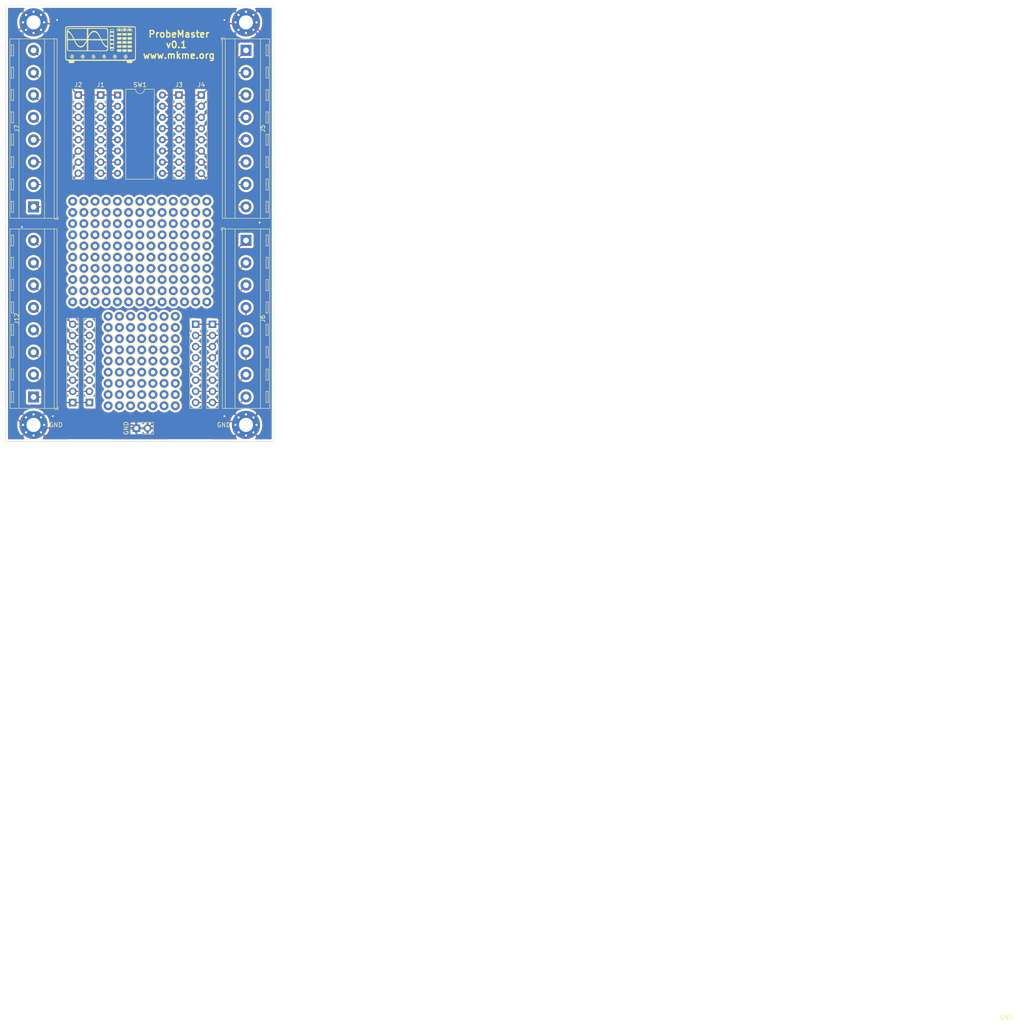
<source format=kicad_pcb>
(kicad_pcb (version 20171130) (host pcbnew "(5.1.6)-1")
  (layers (0 F.Cu signal) (31 B.Cu signal) (34 B.Paste user) (35 F.Paste user) (36 B.SilkS user) (37 F.SilkS user) (38 B.Mask user) (39 F.Mask user) (44 Edge.Cuts user))
  (net 0 "")
  (net 1 "Net-(J1-Pad8)")
  (net 2 "Net-(J1-Pad7)")
  (net 3 "Net-(J1-Pad6)")
  (net 4 "Net-(J1-Pad5)")
  (net 5 "Net-(J1-Pad4)")
  (net 6 "Net-(J1-Pad3)")
  (net 7 "Net-(J1-Pad2)")
  (net 8 "Net-(J1-Pad1)")
  (net 9 "Net-(J3-Pad8)")
  (net 10 "Net-(J3-Pad7)")
  (net 11 "Net-(J3-Pad6)")
  (net 12 "Net-(J3-Pad5)")
  (net 13 "Net-(J3-Pad4)")
  (net 14 "Net-(J3-Pad3)")
  (net 15 "Net-(J3-Pad2)")
  (net 16 "Net-(J3-Pad1)")
  (net 17 "Net-(J6-Pad1)")
  (net 18 "Net-(J6-Pad2)")
  (net 19 "Net-(J6-Pad3)")
  (net 20 "Net-(J6-Pad4)")
  (net 21 "Net-(J6-Pad5)")
  (net 22 "Net-(J6-Pad6)")
  (net 23 "Net-(J6-Pad7)")
  (net 24 "Net-(J6-Pad8)")
  (net 25 "Net-(J10-Pad1)")
  (net 26 "Net-(J10-Pad2)")
  (net 27 "Net-(J10-Pad3)")
  (net 28 "Net-(J10-Pad4)")
  (net 29 "Net-(J10-Pad5)")
  (net 30 "Net-(J10-Pad6)")
  (net 31 "Net-(J10-Pad7)")
  (net 32 "Net-(J10-Pad8)")
  (net 33 GND)
  (module TestPoint:TestPoint_THTPad_D2.0mm_Drill1.0mm (layer F.Cu) (at 199.84 136.62)
    (fp_text reference "" (at 0 -1.998) (layer F.SilkS))
    (fp_text value TestPoint_THTPad_D2.0mm_Drill1.0mm)
    (pad 1 thru_hole circle (at 0 0) (size 2 2) (drill 1) (layers *.Cu *.Mask))
  )
  (module TestPoint:TestPoint_THTPad_D2.0mm_Drill1.0mm (layer F.Cu) (at 197.3 136.62)
    (fp_text reference "" (at 0 -1.998) (layer F.SilkS))
    (fp_text value TestPoint_THTPad_D2.0mm_Drill1.0mm)
    (pad 1 thru_hole circle (at 0 0) (size 2 2) (drill 1) (layers *.Cu *.Mask))
  )
  (module TestPoint:TestPoint_THTPad_D2.0mm_Drill1.0mm (layer F.Cu) (at 194.76 136.62)
    (fp_text reference "" (at 0 -1.998) (layer F.SilkS))
    (fp_text value TestPoint_THTPad_D2.0mm_Drill1.0mm)
    (pad 1 thru_hole circle (at 0 0) (size 2 2) (drill 1) (layers *.Cu *.Mask))
  )
  (module TestPoint:TestPoint_THTPad_D2.0mm_Drill1.0mm (layer F.Cu) (at 192.22 136.62)
    (fp_text reference "" (at 0 -1.998) (layer F.SilkS))
    (fp_text value TestPoint_THTPad_D2.0mm_Drill1.0mm)
    (pad 1 thru_hole circle (at 0 0) (size 2 2) (drill 1) (layers *.Cu *.Mask))
  )
  (module TestPoint:TestPoint_THTPad_D2.0mm_Drill1.0mm (layer F.Cu) (at 189.68 136.62)
    (fp_text reference "" (at 0 -1.998) (layer F.SilkS))
    (fp_text value TestPoint_THTPad_D2.0mm_Drill1.0mm)
    (pad 1 thru_hole circle (at 0 0) (size 2 2) (drill 1) (layers *.Cu *.Mask))
  )
  (module TestPoint:TestPoint_THTPad_D2.0mm_Drill1.0mm (layer F.Cu) (at 187.14 136.62)
    (fp_text reference "" (at 0 -1.998) (layer F.SilkS))
    (fp_text value TestPoint_THTPad_D2.0mm_Drill1.0mm)
    (pad 1 thru_hole circle (at 0 0) (size 2 2) (drill 1) (layers *.Cu *.Mask))
  )
  (module TestPoint:TestPoint_THTPad_D2.0mm_Drill1.0mm (layer F.Cu) (at 184.6 136.62)
    (fp_text reference "" (at 0 -1.998) (layer F.SilkS))
    (fp_text value TestPoint_THTPad_D2.0mm_Drill1.0mm)
    (pad 1 thru_hole circle (at 0 0) (size 2 2) (drill 1) (layers *.Cu *.Mask))
  )
  (module TestPoint:TestPoint_THTPad_D2.0mm_Drill1.0mm (layer F.Cu) (at 199.84 134.08)
    (fp_text reference "" (at 0 -1.998) (layer F.SilkS))
    (fp_text value TestPoint_THTPad_D2.0mm_Drill1.0mm)
    (pad 1 thru_hole circle (at 0 0) (size 2 2) (drill 1) (layers *.Cu *.Mask))
  )
  (module TestPoint:TestPoint_THTPad_D2.0mm_Drill1.0mm (layer F.Cu) (at 197.3 134.08)
    (fp_text reference "" (at 0 -1.998) (layer F.SilkS))
    (fp_text value TestPoint_THTPad_D2.0mm_Drill1.0mm)
    (pad 1 thru_hole circle (at 0 0) (size 2 2) (drill 1) (layers *.Cu *.Mask))
  )
  (module TestPoint:TestPoint_THTPad_D2.0mm_Drill1.0mm (layer F.Cu) (at 194.76 134.08)
    (fp_text reference "" (at 0 -1.998) (layer F.SilkS))
    (fp_text value TestPoint_THTPad_D2.0mm_Drill1.0mm)
    (pad 1 thru_hole circle (at 0 0) (size 2 2) (drill 1) (layers *.Cu *.Mask))
  )
  (module TestPoint:TestPoint_THTPad_D2.0mm_Drill1.0mm (layer F.Cu) (at 192.22 134.08)
    (fp_text reference "" (at 0 -1.998) (layer F.SilkS))
    (fp_text value TestPoint_THTPad_D2.0mm_Drill1.0mm)
    (pad 1 thru_hole circle (at 0 0) (size 2 2) (drill 1) (layers *.Cu *.Mask))
  )
  (module TestPoint:TestPoint_THTPad_D2.0mm_Drill1.0mm (layer F.Cu) (at 189.68 134.08)
    (fp_text reference "" (at 0 -1.998) (layer F.SilkS))
    (fp_text value TestPoint_THTPad_D2.0mm_Drill1.0mm)
    (pad 1 thru_hole circle (at 0 0) (size 2 2) (drill 1) (layers *.Cu *.Mask))
  )
  (module TestPoint:TestPoint_THTPad_D2.0mm_Drill1.0mm (layer F.Cu) (at 187.14 134.08)
    (fp_text reference "" (at 0 -1.998) (layer F.SilkS))
    (fp_text value TestPoint_THTPad_D2.0mm_Drill1.0mm)
    (pad 1 thru_hole circle (at 0 0) (size 2 2) (drill 1) (layers *.Cu *.Mask))
  )
  (module TestPoint:TestPoint_THTPad_D2.0mm_Drill1.0mm (layer F.Cu) (at 184.6 134.08)
    (fp_text reference "" (at 0 -1.998) (layer F.SilkS))
    (fp_text value TestPoint_THTPad_D2.0mm_Drill1.0mm)
    (pad 1 thru_hole circle (at 0 0) (size 2 2) (drill 1) (layers *.Cu *.Mask))
  )
  (module TestPoint:TestPoint_THTPad_D2.0mm_Drill1.0mm (layer F.Cu) (at 199.84 131.54)
    (fp_text reference "" (at 0 -1.998) (layer F.SilkS))
    (fp_text value TestPoint_THTPad_D2.0mm_Drill1.0mm)
    (pad 1 thru_hole circle (at 0 0) (size 2 2) (drill 1) (layers *.Cu *.Mask))
  )
  (module TestPoint:TestPoint_THTPad_D2.0mm_Drill1.0mm (layer F.Cu) (at 197.3 131.54)
    (fp_text reference "" (at 0 -1.998) (layer F.SilkS))
    (fp_text value TestPoint_THTPad_D2.0mm_Drill1.0mm)
    (pad 1 thru_hole circle (at 0 0) (size 2 2) (drill 1) (layers *.Cu *.Mask))
  )
  (module TestPoint:TestPoint_THTPad_D2.0mm_Drill1.0mm (layer F.Cu) (at 194.76 131.54)
    (fp_text reference "" (at 0 -1.998) (layer F.SilkS))
    (fp_text value TestPoint_THTPad_D2.0mm_Drill1.0mm)
    (pad 1 thru_hole circle (at 0 0) (size 2 2) (drill 1) (layers *.Cu *.Mask))
  )
  (module TestPoint:TestPoint_THTPad_D2.0mm_Drill1.0mm (layer F.Cu) (at 192.22 131.54)
    (fp_text reference "" (at 0 -1.998) (layer F.SilkS))
    (fp_text value TestPoint_THTPad_D2.0mm_Drill1.0mm)
    (pad 1 thru_hole circle (at 0 0) (size 2 2) (drill 1) (layers *.Cu *.Mask))
  )
  (module TestPoint:TestPoint_THTPad_D2.0mm_Drill1.0mm (layer F.Cu) (at 189.68 131.54)
    (fp_text reference "" (at 0 -1.998) (layer F.SilkS))
    (fp_text value TestPoint_THTPad_D2.0mm_Drill1.0mm)
    (pad 1 thru_hole circle (at 0 0) (size 2 2) (drill 1) (layers *.Cu *.Mask))
  )
  (module TestPoint:TestPoint_THTPad_D2.0mm_Drill1.0mm (layer F.Cu) (at 187.14 131.54)
    (fp_text reference "" (at 0 -1.998) (layer F.SilkS))
    (fp_text value TestPoint_THTPad_D2.0mm_Drill1.0mm)
    (pad 1 thru_hole circle (at 0 0) (size 2 2) (drill 1) (layers *.Cu *.Mask))
  )
  (module TestPoint:TestPoint_THTPad_D2.0mm_Drill1.0mm (layer F.Cu) (at 184.6 131.54)
    (fp_text reference "" (at 0 -1.998) (layer F.SilkS))
    (fp_text value TestPoint_THTPad_D2.0mm_Drill1.0mm)
    (pad 1 thru_hole circle (at 0 0) (size 2 2) (drill 1) (layers *.Cu *.Mask))
  )
  (module TestPoint:TestPoint_THTPad_D2.0mm_Drill1.0mm (layer F.Cu) (at 199.84 129)
    (fp_text reference "" (at 0 -1.998) (layer F.SilkS))
    (fp_text value TestPoint_THTPad_D2.0mm_Drill1.0mm)
    (pad 1 thru_hole circle (at 0 0) (size 2 2) (drill 1) (layers *.Cu *.Mask))
  )
  (module TestPoint:TestPoint_THTPad_D2.0mm_Drill1.0mm (layer F.Cu) (at 197.3 129)
    (fp_text reference "" (at 0 -1.998) (layer F.SilkS))
    (fp_text value TestPoint_THTPad_D2.0mm_Drill1.0mm)
    (pad 1 thru_hole circle (at 0 0) (size 2 2) (drill 1) (layers *.Cu *.Mask))
  )
  (module TestPoint:TestPoint_THTPad_D2.0mm_Drill1.0mm (layer F.Cu) (at 194.76 129)
    (fp_text reference "" (at 0 -1.998) (layer F.SilkS))
    (fp_text value TestPoint_THTPad_D2.0mm_Drill1.0mm)
    (pad 1 thru_hole circle (at 0 0) (size 2 2) (drill 1) (layers *.Cu *.Mask))
  )
  (module TestPoint:TestPoint_THTPad_D2.0mm_Drill1.0mm (layer F.Cu) (at 192.22 129)
    (fp_text reference "" (at 0 -1.998) (layer F.SilkS))
    (fp_text value TestPoint_THTPad_D2.0mm_Drill1.0mm)
    (pad 1 thru_hole circle (at 0 0) (size 2 2) (drill 1) (layers *.Cu *.Mask))
  )
  (module TestPoint:TestPoint_THTPad_D2.0mm_Drill1.0mm (layer F.Cu) (at 189.68 129)
    (fp_text reference "" (at 0 -1.998) (layer F.SilkS))
    (fp_text value TestPoint_THTPad_D2.0mm_Drill1.0mm)
    (pad 1 thru_hole circle (at 0 0) (size 2 2) (drill 1) (layers *.Cu *.Mask))
  )
  (module TestPoint:TestPoint_THTPad_D2.0mm_Drill1.0mm (layer F.Cu) (at 187.14 129)
    (fp_text reference "" (at 0 -1.998) (layer F.SilkS))
    (fp_text value TestPoint_THTPad_D2.0mm_Drill1.0mm)
    (pad 1 thru_hole circle (at 0 0) (size 2 2) (drill 1) (layers *.Cu *.Mask))
  )
  (module TestPoint:TestPoint_THTPad_D2.0mm_Drill1.0mm (layer F.Cu) (at 184.6 129)
    (fp_text reference "" (at 0 -1.998) (layer F.SilkS))
    (fp_text value TestPoint_THTPad_D2.0mm_Drill1.0mm)
    (pad 1 thru_hole circle (at 0 0) (size 2 2) (drill 1) (layers *.Cu *.Mask))
  )
  (module TestPoint:TestPoint_THTPad_D2.0mm_Drill1.0mm (layer F.Cu) (at 199.84 126.46)
    (fp_text reference "" (at 0 -1.998) (layer F.SilkS))
    (fp_text value TestPoint_THTPad_D2.0mm_Drill1.0mm)
    (pad 1 thru_hole circle (at 0 0) (size 2 2) (drill 1) (layers *.Cu *.Mask))
  )
  (module TestPoint:TestPoint_THTPad_D2.0mm_Drill1.0mm (layer F.Cu) (at 197.3 126.46)
    (fp_text reference "" (at 0 -1.998) (layer F.SilkS))
    (fp_text value TestPoint_THTPad_D2.0mm_Drill1.0mm)
    (pad 1 thru_hole circle (at 0 0) (size 2 2) (drill 1) (layers *.Cu *.Mask))
  )
  (module TestPoint:TestPoint_THTPad_D2.0mm_Drill1.0mm (layer F.Cu) (at 194.76 126.46)
    (fp_text reference "" (at 0 -1.998) (layer F.SilkS))
    (fp_text value TestPoint_THTPad_D2.0mm_Drill1.0mm)
    (pad 1 thru_hole circle (at 0 0) (size 2 2) (drill 1) (layers *.Cu *.Mask))
  )
  (module TestPoint:TestPoint_THTPad_D2.0mm_Drill1.0mm (layer F.Cu) (at 192.22 126.46)
    (fp_text reference "" (at 0 -1.998) (layer F.SilkS))
    (fp_text value TestPoint_THTPad_D2.0mm_Drill1.0mm)
    (pad 1 thru_hole circle (at 0 0) (size 2 2) (drill 1) (layers *.Cu *.Mask))
  )
  (module TestPoint:TestPoint_THTPad_D2.0mm_Drill1.0mm (layer F.Cu) (at 189.68 126.46)
    (fp_text reference "" (at 0 -1.998) (layer F.SilkS))
    (fp_text value TestPoint_THTPad_D2.0mm_Drill1.0mm)
    (pad 1 thru_hole circle (at 0 0) (size 2 2) (drill 1) (layers *.Cu *.Mask))
  )
  (module TestPoint:TestPoint_THTPad_D2.0mm_Drill1.0mm (layer F.Cu) (at 187.14 126.46)
    (fp_text reference "" (at 0 -1.998) (layer F.SilkS))
    (fp_text value TestPoint_THTPad_D2.0mm_Drill1.0mm)
    (pad 1 thru_hole circle (at 0 0) (size 2 2) (drill 1) (layers *.Cu *.Mask))
  )
  (module TestPoint:TestPoint_THTPad_D2.0mm_Drill1.0mm (layer F.Cu) (at 184.6 126.46)
    (fp_text reference "" (at 0 -1.998) (layer F.SilkS))
    (fp_text value TestPoint_THTPad_D2.0mm_Drill1.0mm)
    (pad 1 thru_hole circle (at 0 0) (size 2 2) (drill 1) (layers *.Cu *.Mask))
  )
  (module TestPoint:TestPoint_THTPad_D2.0mm_Drill1.0mm (layer F.Cu) (at 199.84 123.92)
    (fp_text reference "" (at 0 -1.998) (layer F.SilkS))
    (fp_text value TestPoint_THTPad_D2.0mm_Drill1.0mm)
    (pad 1 thru_hole circle (at 0 0) (size 2 2) (drill 1) (layers *.Cu *.Mask))
  )
  (module TestPoint:TestPoint_THTPad_D2.0mm_Drill1.0mm (layer F.Cu) (at 197.3 123.92)
    (fp_text reference "" (at 0 -1.998) (layer F.SilkS))
    (fp_text value TestPoint_THTPad_D2.0mm_Drill1.0mm)
    (pad 1 thru_hole circle (at 0 0) (size 2 2) (drill 1) (layers *.Cu *.Mask))
  )
  (module TestPoint:TestPoint_THTPad_D2.0mm_Drill1.0mm (layer F.Cu) (at 194.76 123.92)
    (fp_text reference "" (at 0 -1.998) (layer F.SilkS))
    (fp_text value TestPoint_THTPad_D2.0mm_Drill1.0mm)
    (pad 1 thru_hole circle (at 0 0) (size 2 2) (drill 1) (layers *.Cu *.Mask))
  )
  (module TestPoint:TestPoint_THTPad_D2.0mm_Drill1.0mm (layer F.Cu) (at 192.22 123.92)
    (fp_text reference "" (at 0 -1.998) (layer F.SilkS))
    (fp_text value TestPoint_THTPad_D2.0mm_Drill1.0mm)
    (pad 1 thru_hole circle (at 0 0) (size 2 2) (drill 1) (layers *.Cu *.Mask))
  )
  (module TestPoint:TestPoint_THTPad_D2.0mm_Drill1.0mm (layer F.Cu) (at 189.68 123.92)
    (fp_text reference "" (at 0 -1.998) (layer F.SilkS))
    (fp_text value TestPoint_THTPad_D2.0mm_Drill1.0mm)
    (pad 1 thru_hole circle (at 0 0) (size 2 2) (drill 1) (layers *.Cu *.Mask))
  )
  (module TestPoint:TestPoint_THTPad_D2.0mm_Drill1.0mm (layer F.Cu) (at 187.14 123.92)
    (fp_text reference "" (at 0 -1.998) (layer F.SilkS))
    (fp_text value TestPoint_THTPad_D2.0mm_Drill1.0mm)
    (pad 1 thru_hole circle (at 0 0) (size 2 2) (drill 1) (layers *.Cu *.Mask))
  )
  (module TestPoint:TestPoint_THTPad_D2.0mm_Drill1.0mm (layer F.Cu) (at 184.6 123.92)
    (fp_text reference "" (at 0 -1.998) (layer F.SilkS))
    (fp_text value TestPoint_THTPad_D2.0mm_Drill1.0mm)
    (pad 1 thru_hole circle (at 0 0) (size 2 2) (drill 1) (layers *.Cu *.Mask))
  )
  (module TestPoint:TestPoint_THTPad_D2.0mm_Drill1.0mm (layer F.Cu) (at 199.84 121.38)
    (fp_text reference "" (at 0 -1.998) (layer F.SilkS))
    (fp_text value TestPoint_THTPad_D2.0mm_Drill1.0mm)
    (pad 1 thru_hole circle (at 0 0) (size 2 2) (drill 1) (layers *.Cu *.Mask))
  )
  (module TestPoint:TestPoint_THTPad_D2.0mm_Drill1.0mm (layer F.Cu) (at 197.3 121.38)
    (fp_text reference "" (at 0 -1.998) (layer F.SilkS))
    (fp_text value TestPoint_THTPad_D2.0mm_Drill1.0mm)
    (pad 1 thru_hole circle (at 0 0) (size 2 2) (drill 1) (layers *.Cu *.Mask))
  )
  (module TestPoint:TestPoint_THTPad_D2.0mm_Drill1.0mm (layer F.Cu) (at 194.76 121.38)
    (fp_text reference "" (at 0 -1.998) (layer F.SilkS))
    (fp_text value TestPoint_THTPad_D2.0mm_Drill1.0mm)
    (pad 1 thru_hole circle (at 0 0) (size 2 2) (drill 1) (layers *.Cu *.Mask))
  )
  (module TestPoint:TestPoint_THTPad_D2.0mm_Drill1.0mm (layer F.Cu) (at 192.22 121.38)
    (fp_text reference "" (at 0 -1.998) (layer F.SilkS))
    (fp_text value TestPoint_THTPad_D2.0mm_Drill1.0mm)
    (pad 1 thru_hole circle (at 0 0) (size 2 2) (drill 1) (layers *.Cu *.Mask))
  )
  (module TestPoint:TestPoint_THTPad_D2.0mm_Drill1.0mm (layer F.Cu) (at 189.68 121.38)
    (fp_text reference "" (at 0 -1.998) (layer F.SilkS))
    (fp_text value TestPoint_THTPad_D2.0mm_Drill1.0mm)
    (pad 1 thru_hole circle (at 0 0) (size 2 2) (drill 1) (layers *.Cu *.Mask))
  )
  (module TestPoint:TestPoint_THTPad_D2.0mm_Drill1.0mm (layer F.Cu) (at 187.14 121.38)
    (fp_text reference "" (at 0 -1.998) (layer F.SilkS))
    (fp_text value TestPoint_THTPad_D2.0mm_Drill1.0mm)
    (pad 1 thru_hole circle (at 0 0) (size 2 2) (drill 1) (layers *.Cu *.Mask))
  )
  (module TestPoint:TestPoint_THTPad_D2.0mm_Drill1.0mm (layer F.Cu) (at 184.6 121.38)
    (fp_text reference "" (at 0 -1.998) (layer F.SilkS))
    (fp_text value TestPoint_THTPad_D2.0mm_Drill1.0mm)
    (pad 1 thru_hole circle (at 0 0) (size 2 2) (drill 1) (layers *.Cu *.Mask))
  )
  (module TestPoint:TestPoint_THTPad_D2.0mm_Drill1.0mm (layer F.Cu) (at 199.84 118.84)
    (fp_text reference "" (at 0 -1.998) (layer F.SilkS))
    (fp_text value TestPoint_THTPad_D2.0mm_Drill1.0mm)
    (pad 1 thru_hole circle (at 0 0) (size 2 2) (drill 1) (layers *.Cu *.Mask))
  )
  (module TestPoint:TestPoint_THTPad_D2.0mm_Drill1.0mm (layer F.Cu) (at 197.3 118.84)
    (fp_text reference "" (at 0 -1.998) (layer F.SilkS))
    (fp_text value TestPoint_THTPad_D2.0mm_Drill1.0mm)
    (pad 1 thru_hole circle (at 0 0) (size 2 2) (drill 1) (layers *.Cu *.Mask))
  )
  (module TestPoint:TestPoint_THTPad_D2.0mm_Drill1.0mm (layer F.Cu) (at 194.76 118.84)
    (fp_text reference "" (at 0 -1.998) (layer F.SilkS))
    (fp_text value TestPoint_THTPad_D2.0mm_Drill1.0mm)
    (pad 1 thru_hole circle (at 0 0) (size 2 2) (drill 1) (layers *.Cu *.Mask))
  )
  (module TestPoint:TestPoint_THTPad_D2.0mm_Drill1.0mm (layer F.Cu) (at 192.22 118.84)
    (fp_text reference "" (at 0 -1.998) (layer F.SilkS))
    (fp_text value TestPoint_THTPad_D2.0mm_Drill1.0mm)
    (pad 1 thru_hole circle (at 0 0) (size 2 2) (drill 1) (layers *.Cu *.Mask))
  )
  (module TestPoint:TestPoint_THTPad_D2.0mm_Drill1.0mm (layer F.Cu) (at 189.68 118.84)
    (fp_text reference "" (at 0 -1.998) (layer F.SilkS))
    (fp_text value TestPoint_THTPad_D2.0mm_Drill1.0mm)
    (pad 1 thru_hole circle (at 0 0) (size 2 2) (drill 1) (layers *.Cu *.Mask))
  )
  (module TestPoint:TestPoint_THTPad_D2.0mm_Drill1.0mm (layer F.Cu) (at 187.14 118.84)
    (fp_text reference "" (at 0 -1.998) (layer F.SilkS))
    (fp_text value TestPoint_THTPad_D2.0mm_Drill1.0mm)
    (pad 1 thru_hole circle (at 0 0) (size 2 2) (drill 1) (layers *.Cu *.Mask))
  )
  (module TestPoint:TestPoint_THTPad_D2.0mm_Drill1.0mm (layer F.Cu) (at 184.6 118.84)
    (fp_text reference "" (at 0 -1.998) (layer F.SilkS))
    (fp_text value TestPoint_THTPad_D2.0mm_Drill1.0mm)
    (pad 1 thru_hole circle (at 0 0) (size 2 2) (drill 1) (layers *.Cu *.Mask))
  )
  (module TestPoint:TestPoint_THTPad_D2.0mm_Drill1.0mm (layer F.Cu) (at 199.84 116.3)
    (fp_text reference "" (at 0 -1.998) (layer F.SilkS))
    (fp_text value TestPoint_THTPad_D2.0mm_Drill1.0mm)
    (pad 1 thru_hole circle (at 0 0) (size 2 2) (drill 1) (layers *.Cu *.Mask))
  )
  (module TestPoint:TestPoint_THTPad_D2.0mm_Drill1.0mm (layer F.Cu) (at 197.3 116.3)
    (fp_text reference "" (at 0 -1.998) (layer F.SilkS))
    (fp_text value TestPoint_THTPad_D2.0mm_Drill1.0mm)
    (pad 1 thru_hole circle (at 0 0) (size 2 2) (drill 1) (layers *.Cu *.Mask))
  )
  (module TestPoint:TestPoint_THTPad_D2.0mm_Drill1.0mm (layer F.Cu) (at 194.76 116.3)
    (fp_text reference "" (at 0 -1.998) (layer F.SilkS))
    (fp_text value TestPoint_THTPad_D2.0mm_Drill1.0mm)
    (pad 1 thru_hole circle (at 0 0) (size 2 2) (drill 1) (layers *.Cu *.Mask))
  )
  (module TestPoint:TestPoint_THTPad_D2.0mm_Drill1.0mm (layer F.Cu) (at 192.22 116.3)
    (fp_text reference "" (at 0 -1.998) (layer F.SilkS))
    (fp_text value TestPoint_THTPad_D2.0mm_Drill1.0mm)
    (pad 1 thru_hole circle (at 0 0) (size 2 2) (drill 1) (layers *.Cu *.Mask))
  )
  (module TestPoint:TestPoint_THTPad_D2.0mm_Drill1.0mm (layer F.Cu) (at 189.68 116.3)
    (fp_text reference "" (at 0 -1.998) (layer F.SilkS))
    (fp_text value TestPoint_THTPad_D2.0mm_Drill1.0mm)
    (pad 1 thru_hole circle (at 0 0) (size 2 2) (drill 1) (layers *.Cu *.Mask))
  )
  (module TestPoint:TestPoint_THTPad_D2.0mm_Drill1.0mm (layer F.Cu) (at 187.14 116.3)
    (fp_text reference "" (at 0 -1.998) (layer F.SilkS))
    (fp_text value TestPoint_THTPad_D2.0mm_Drill1.0mm)
    (pad 1 thru_hole circle (at 0 0) (size 2 2) (drill 1) (layers *.Cu *.Mask))
  )
  (module TestPoint:TestPoint_THTPad_D2.0mm_Drill1.0mm (layer F.Cu) (at 184.6 116.3)
    (fp_text reference "" (at 0 -1.998) (layer F.SilkS))
    (fp_text value TestPoint_THTPad_D2.0mm_Drill1.0mm)
    (pad 1 thru_hole circle (at 0 0) (size 2 2) (drill 1) (layers *.Cu *.Mask))
  )
  (module TerminalBlock_RND:TerminalBlock_RND_205-00293_1x08_P5.08mm_Horizontal (layer F.Cu) (at 215.9 55.88 270)
    (fp_text reference J5 (at 17.78 -3.81 90) (layer F.SilkS))
    (fp_text value Screw_Terminal_01x08)
    (pad 1 thru_hole rect (at 0 0 270) (size 2.5 2.5) (drill 1.3) (layers *.Cu *.Mask) (net 16 "Net-(J3-Pad1)"))
    (pad 2 thru_hole circle (at 5.08 0 270) (size 2.5 2.5) (drill 1.3) (layers *.Cu *.Mask) (net 15 "Net-(J3-Pad2)"))
    (pad 3 thru_hole circle (at 10.16 0 270) (size 2.5 2.5) (drill 1.3) (layers *.Cu *.Mask) (net 14 "Net-(J3-Pad3)"))
    (pad 4 thru_hole circle (at 15.24 0 270) (size 2.5 2.5) (drill 1.3) (layers *.Cu *.Mask) (net 13 "Net-(J3-Pad4)"))
    (pad 5 thru_hole circle (at 20.32 0 270) (size 2.5 2.5) (drill 1.3) (layers *.Cu *.Mask) (net 12 "Net-(J3-Pad5)"))
    (pad 6 thru_hole circle (at 25.4 0 270) (size 2.5 2.5) (drill 1.3) (layers *.Cu *.Mask) (net 11 "Net-(J3-Pad6)"))
    (pad 7 thru_hole circle (at 30.48 0 270) (size 2.5 2.5) (drill 1.3) (layers *.Cu *.Mask) (net 10 "Net-(J3-Pad7)"))
    (pad 8 thru_hole circle (at 35.56 0 270) (size 2.5 2.5) (drill 1.3) (layers *.Cu *.Mask) (net 9 "Net-(J3-Pad8)"))
  )
  (module "" (layer F.Cu) (at 199.39 138.43)
    (fp_text reference "" (at 193.04 138.43) (layer F.SilkS) (effects (font (size 1.27 1.27))))
    (fp_text value "" (at 193.04 138.43) (layer F.SilkS) (effects (font (size 1.27 1.27))))
    (fp_text user GND (at 189.23 137.16) (layer F.SilkS))
  )
  (module Connector_Wire:SolderWirePad_1x01_SMD_5x10mm (layer F.Cu) (at 203.2 140.97 90)
    (fp_text reference GND)
    (fp_text value SolderWirePad_1x01_SMD_5x10mm)
    (pad 1 smd rect (at 0 0 90) (size 5 10) (layers F.Cu F.Paste F.Mask) (net 33 GND))
  )
  (module Connector_Wire:SolderWirePad_1x01_SMD_5x10mm (layer F.Cu) (at 180.34 140.97 270)
    (fp_text reference REF**)
    (fp_text value SolderWirePad_1x01_SMD_5x10mm)
    (pad 1 smd rect (at 0 0 270) (size 5 10) (layers F.Cu F.Paste F.Mask) (net 33 GND))
  )
  (module MountingHole:MountingHole_3.2mm_M3_Pad_Via (layer F.Cu) (at 167.64 140.97)
    (fp_text reference REF**)
    (fp_text value MountingHole_3.2mm_M3_Pad_Via)
    (pad 1 thru_hole circle (at 0 0) (size 6.4 6.4) (drill 3.2) (layers *.Cu *.Mask) (net 33 GND))
    (pad 1 thru_hole circle (at 2.4 0) (size 0.8 0.8) (drill 0.5) (layers *.Cu *.Mask))
    (pad 1 thru_hole circle (at 1.697056 1.697056) (size 0.8 0.8) (drill 0.5) (layers *.Cu *.Mask))
    (pad 1 thru_hole circle (at 0 2.4) (size 0.8 0.8) (drill 0.5) (layers *.Cu *.Mask))
    (pad 1 thru_hole circle (at -1.697056 1.697056) (size 0.8 0.8) (drill 0.5) (layers *.Cu *.Mask))
    (pad 1 thru_hole circle (at -2.4 0) (size 0.8 0.8) (drill 0.5) (layers *.Cu *.Mask))
    (pad 1 thru_hole circle (at -1.697056 -1.697056) (size 0.8 0.8) (drill 0.5) (layers *.Cu *.Mask))
    (pad 1 thru_hole circle (at 0 -2.4) (size 0.8 0.8) (drill 0.5) (layers *.Cu *.Mask))
    (pad 1 thru_hole circle (at 1.697056 -1.697056) (size 0.8 0.8) (drill 0.5) (layers *.Cu *.Mask))
  )
  (module MountingHole:MountingHole_3.2mm_M3_Pad_Via (layer F.Cu) (at 215.9 140.97)
    (fp_text reference REF**)
    (fp_text value MountingHole_3.2mm_M3_Pad_Via)
    (pad 1 thru_hole circle (at 1.697056 -1.697056) (size 0.8 0.8) (drill 0.5) (layers *.Cu *.Mask))
    (pad 1 thru_hole circle (at 0 -2.4) (size 0.8 0.8) (drill 0.5) (layers *.Cu *.Mask))
    (pad 1 thru_hole circle (at -1.697056 -1.697056) (size 0.8 0.8) (drill 0.5) (layers *.Cu *.Mask))
    (pad 1 thru_hole circle (at -2.4 0) (size 0.8 0.8) (drill 0.5) (layers *.Cu *.Mask))
    (pad 1 thru_hole circle (at -1.697056 1.697056) (size 0.8 0.8) (drill 0.5) (layers *.Cu *.Mask))
    (pad 1 thru_hole circle (at 0 2.4) (size 0.8 0.8) (drill 0.5) (layers *.Cu *.Mask))
    (pad 1 thru_hole circle (at 1.697056 1.697056) (size 0.8 0.8) (drill 0.5) (layers *.Cu *.Mask))
    (pad 1 thru_hole circle (at 2.4 0) (size 0.8 0.8) (drill 0.5) (layers *.Cu *.Mask))
    (pad 1 thru_hole circle (at 0 0) (size 6.4 6.4) (drill 3.2) (layers *.Cu *.Mask) (net 33 GND))
  )
  (module MountingHole:MountingHole_3.2mm_M3_Pad_Via (layer F.Cu) (at 215.9 49.53)
    (fp_text reference REF**)
    (fp_text value MountingHole_3.2mm_M3_Pad_Via)
    (pad 1 thru_hole circle (at 0 0) (size 6.4 6.4) (drill 3.2) (layers *.Cu *.Mask) (net 33 GND))
    (pad 1 thru_hole circle (at 2.4 0) (size 0.8 0.8) (drill 0.5) (layers *.Cu *.Mask))
    (pad 1 thru_hole circle (at 1.697056 1.697056) (size 0.8 0.8) (drill 0.5) (layers *.Cu *.Mask))
    (pad 1 thru_hole circle (at 0 2.4) (size 0.8 0.8) (drill 0.5) (layers *.Cu *.Mask))
    (pad 1 thru_hole circle (at -1.697056 1.697056) (size 0.8 0.8) (drill 0.5) (layers *.Cu *.Mask))
    (pad 1 thru_hole circle (at -2.4 0) (size 0.8 0.8) (drill 0.5) (layers *.Cu *.Mask))
    (pad 1 thru_hole circle (at -1.697056 -1.697056) (size 0.8 0.8) (drill 0.5) (layers *.Cu *.Mask))
    (pad 1 thru_hole circle (at 0 -2.4) (size 0.8 0.8) (drill 0.5) (layers *.Cu *.Mask))
    (pad 1 thru_hole circle (at 1.697056 -1.697056) (size 0.8 0.8) (drill 0.5) (layers *.Cu *.Mask))
  )
  (module MountingHole:MountingHole_3.2mm_M3_Pad_Via (layer F.Cu) (at 167.64 49.53)
    (fp_text reference REF**)
    (fp_text value MountingHole_3.2mm_M3_Pad_Via)
    (pad 1 thru_hole circle (at 1.697056 -1.697056) (size 0.8 0.8) (drill 0.5) (layers *.Cu *.Mask))
    (pad 1 thru_hole circle (at 0 -2.4) (size 0.8 0.8) (drill 0.5) (layers *.Cu *.Mask))
    (pad 1 thru_hole circle (at -1.697056 -1.697056) (size 0.8 0.8) (drill 0.5) (layers *.Cu *.Mask))
    (pad 1 thru_hole circle (at -2.4 0) (size 0.8 0.8) (drill 0.5) (layers *.Cu *.Mask))
    (pad 1 thru_hole circle (at -1.697056 1.697056) (size 0.8 0.8) (drill 0.5) (layers *.Cu *.Mask))
    (pad 1 thru_hole circle (at 0 2.4) (size 0.8 0.8) (drill 0.5) (layers *.Cu *.Mask))
    (pad 1 thru_hole circle (at 1.697056 1.697056) (size 0.8 0.8) (drill 0.5) (layers *.Cu *.Mask))
    (pad 1 thru_hole circle (at 2.4 0) (size 0.8 0.8) (drill 0.5) (layers *.Cu *.Mask))
    (pad 1 thru_hole circle (at 0 0) (size 6.4 6.4) (drill 3.2) (layers *.Cu *.Mask) (net 33 GND))
  )
  (module photos:450x450 (layer F.Cu) (at 182.88 54.61)
    (fp_text reference G*** hide)
    (fp_text value LOGO hide)
  )
  (module TestPoint:TestPoint_THTPad_D2.0mm_Drill1.0mm (layer F.Cu) (at 207.01 113.03)
    (fp_text reference "" (at 0 -1.998) (layer F.SilkS))
    (fp_text value TestPoint_THTPad_D2.0mm_Drill1.0mm)
    (pad 1 thru_hole circle (at 0 0) (size 2 2) (drill 1) (layers *.Cu *.Mask))
  )
  (module TestPoint:TestPoint_THTPad_D2.0mm_Drill1.0mm (layer F.Cu) (at 204.47 113.03)
    (fp_text reference "" (at 0 -1.998) (layer F.SilkS))
    (fp_text value TestPoint_THTPad_D2.0mm_Drill1.0mm)
    (pad 1 thru_hole circle (at 0 0) (size 2 2) (drill 1) (layers *.Cu *.Mask))
  )
  (module TestPoint:TestPoint_THTPad_D2.0mm_Drill1.0mm (layer F.Cu) (at 201.93 113.03)
    (fp_text reference "" (at 0 -1.998) (layer F.SilkS))
    (fp_text value TestPoint_THTPad_D2.0mm_Drill1.0mm)
    (pad 1 thru_hole circle (at 0 0) (size 2 2) (drill 1) (layers *.Cu *.Mask))
  )
  (module TestPoint:TestPoint_THTPad_D2.0mm_Drill1.0mm (layer F.Cu) (at 199.39 113.03)
    (fp_text reference "" (at 0 -1.998) (layer F.SilkS))
    (fp_text value TestPoint_THTPad_D2.0mm_Drill1.0mm)
    (pad 1 thru_hole circle (at 0 0) (size 2 2) (drill 1) (layers *.Cu *.Mask))
  )
  (module TestPoint:TestPoint_THTPad_D2.0mm_Drill1.0mm (layer F.Cu) (at 196.85 113.03)
    (fp_text reference "" (at 0 -1.998) (layer F.SilkS))
    (fp_text value TestPoint_THTPad_D2.0mm_Drill1.0mm)
    (pad 1 thru_hole circle (at 0 0) (size 2 2) (drill 1) (layers *.Cu *.Mask))
  )
  (module TestPoint:TestPoint_THTPad_D2.0mm_Drill1.0mm (layer F.Cu) (at 194.31 113.03)
    (fp_text reference "" (at 0 -1.998) (layer F.SilkS))
    (fp_text value TestPoint_THTPad_D2.0mm_Drill1.0mm)
    (pad 1 thru_hole circle (at 0 0) (size 2 2) (drill 1) (layers *.Cu *.Mask))
  )
  (module TestPoint:TestPoint_THTPad_D2.0mm_Drill1.0mm (layer F.Cu) (at 191.77 113.03)
    (fp_text reference "" (at 0 -1.998) (layer F.SilkS))
    (fp_text value TestPoint_THTPad_D2.0mm_Drill1.0mm)
    (pad 1 thru_hole circle (at 0 0) (size 2 2) (drill 1) (layers *.Cu *.Mask))
  )
  (module TestPoint:TestPoint_THTPad_D2.0mm_Drill1.0mm (layer F.Cu) (at 189.23 113.03)
    (fp_text reference "" (at 0 -1.998) (layer F.SilkS))
    (fp_text value TestPoint_THTPad_D2.0mm_Drill1.0mm)
    (pad 1 thru_hole circle (at 0 0) (size 2 2) (drill 1) (layers *.Cu *.Mask))
  )
  (module TestPoint:TestPoint_THTPad_D2.0mm_Drill1.0mm (layer F.Cu) (at 186.69 113.03)
    (fp_text reference "" (at 0 -1.998) (layer F.SilkS))
    (fp_text value TestPoint_THTPad_D2.0mm_Drill1.0mm)
    (pad 1 thru_hole circle (at 0 0) (size 2 2) (drill 1) (layers *.Cu *.Mask))
  )
  (module TestPoint:TestPoint_THTPad_D2.0mm_Drill1.0mm (layer F.Cu) (at 184.15 113.03)
    (fp_text reference "" (at 0 -1.998) (layer F.SilkS))
    (fp_text value TestPoint_THTPad_D2.0mm_Drill1.0mm)
    (pad 1 thru_hole circle (at 0 0) (size 2 2) (drill 1) (layers *.Cu *.Mask))
  )
  (module TestPoint:TestPoint_THTPad_D2.0mm_Drill1.0mm (layer F.Cu) (at 181.61 113.03)
    (fp_text reference "" (at 0 -1.998) (layer F.SilkS))
    (fp_text value TestPoint_THTPad_D2.0mm_Drill1.0mm)
    (pad 1 thru_hole circle (at 0 0) (size 2 2) (drill 1) (layers *.Cu *.Mask))
  )
  (module TestPoint:TestPoint_THTPad_D2.0mm_Drill1.0mm (layer F.Cu) (at 179.07 113.03)
    (fp_text reference "" (at 0 -1.998) (layer F.SilkS))
    (fp_text value TestPoint_THTPad_D2.0mm_Drill1.0mm)
    (pad 1 thru_hole circle (at 0 0) (size 2 2) (drill 1) (layers *.Cu *.Mask))
  )
  (module TestPoint:TestPoint_THTPad_D2.0mm_Drill1.0mm (layer F.Cu) (at 176.53 113.03)
    (fp_text reference "" (at 0 -1.998) (layer F.SilkS))
    (fp_text value TestPoint_THTPad_D2.0mm_Drill1.0mm)
    (pad 1 thru_hole circle (at 0 0) (size 2 2) (drill 1) (layers *.Cu *.Mask))
  )
  (module TestPoint:TestPoint_THTPad_D2.0mm_Drill1.0mm (layer F.Cu) (at 207.01 110.49)
    (fp_text reference "" (at 0 -1.998) (layer F.SilkS))
    (fp_text value TestPoint_THTPad_D2.0mm_Drill1.0mm)
    (pad 1 thru_hole circle (at 0 0) (size 2 2) (drill 1) (layers *.Cu *.Mask))
  )
  (module TestPoint:TestPoint_THTPad_D2.0mm_Drill1.0mm (layer F.Cu) (at 204.47 110.49)
    (fp_text reference "" (at 0 -1.998) (layer F.SilkS))
    (fp_text value TestPoint_THTPad_D2.0mm_Drill1.0mm)
    (pad 1 thru_hole circle (at 0 0) (size 2 2) (drill 1) (layers *.Cu *.Mask))
  )
  (module TestPoint:TestPoint_THTPad_D2.0mm_Drill1.0mm (layer F.Cu) (at 201.93 110.49)
    (fp_text reference "" (at 0 -1.998) (layer F.SilkS))
    (fp_text value TestPoint_THTPad_D2.0mm_Drill1.0mm)
    (pad 1 thru_hole circle (at 0 0) (size 2 2) (drill 1) (layers *.Cu *.Mask))
  )
  (module TestPoint:TestPoint_THTPad_D2.0mm_Drill1.0mm (layer F.Cu) (at 199.39 110.49)
    (fp_text reference "" (at 0 -1.998) (layer F.SilkS))
    (fp_text value TestPoint_THTPad_D2.0mm_Drill1.0mm)
    (pad 1 thru_hole circle (at 0 0) (size 2 2) (drill 1) (layers *.Cu *.Mask))
  )
  (module TestPoint:TestPoint_THTPad_D2.0mm_Drill1.0mm (layer F.Cu) (at 196.85 110.49)
    (fp_text reference "" (at 0 -1.998) (layer F.SilkS))
    (fp_text value TestPoint_THTPad_D2.0mm_Drill1.0mm)
    (pad 1 thru_hole circle (at 0 0) (size 2 2) (drill 1) (layers *.Cu *.Mask))
  )
  (module TestPoint:TestPoint_THTPad_D2.0mm_Drill1.0mm (layer F.Cu) (at 194.31 110.49)
    (fp_text reference "" (at 0 -1.998) (layer F.SilkS))
    (fp_text value TestPoint_THTPad_D2.0mm_Drill1.0mm)
    (pad 1 thru_hole circle (at 0 0) (size 2 2) (drill 1) (layers *.Cu *.Mask))
  )
  (module TestPoint:TestPoint_THTPad_D2.0mm_Drill1.0mm (layer F.Cu) (at 191.77 110.49)
    (fp_text reference "" (at 0 -1.998) (layer F.SilkS))
    (fp_text value TestPoint_THTPad_D2.0mm_Drill1.0mm)
    (pad 1 thru_hole circle (at 0 0) (size 2 2) (drill 1) (layers *.Cu *.Mask))
  )
  (module TestPoint:TestPoint_THTPad_D2.0mm_Drill1.0mm (layer F.Cu) (at 189.23 110.49)
    (fp_text reference "" (at 0 -1.998) (layer F.SilkS))
    (fp_text value TestPoint_THTPad_D2.0mm_Drill1.0mm)
    (pad 1 thru_hole circle (at 0 0) (size 2 2) (drill 1) (layers *.Cu *.Mask))
  )
  (module TestPoint:TestPoint_THTPad_D2.0mm_Drill1.0mm (layer F.Cu) (at 186.69 110.49)
    (fp_text reference "" (at 0 -1.998) (layer F.SilkS))
    (fp_text value TestPoint_THTPad_D2.0mm_Drill1.0mm)
    (pad 1 thru_hole circle (at 0 0) (size 2 2) (drill 1) (layers *.Cu *.Mask))
  )
  (module TestPoint:TestPoint_THTPad_D2.0mm_Drill1.0mm (layer F.Cu) (at 184.15 110.49)
    (fp_text reference "" (at 0 -1.998) (layer F.SilkS))
    (fp_text value TestPoint_THTPad_D2.0mm_Drill1.0mm)
    (pad 1 thru_hole circle (at 0 0) (size 2 2) (drill 1) (layers *.Cu *.Mask))
  )
  (module TestPoint:TestPoint_THTPad_D2.0mm_Drill1.0mm (layer F.Cu) (at 181.61 110.49)
    (fp_text reference "" (at 0 -1.998) (layer F.SilkS))
    (fp_text value TestPoint_THTPad_D2.0mm_Drill1.0mm)
    (pad 1 thru_hole circle (at 0 0) (size 2 2) (drill 1) (layers *.Cu *.Mask))
  )
  (module TestPoint:TestPoint_THTPad_D2.0mm_Drill1.0mm (layer F.Cu) (at 179.07 110.49)
    (fp_text reference "" (at 0 -1.998) (layer F.SilkS))
    (fp_text value TestPoint_THTPad_D2.0mm_Drill1.0mm)
    (pad 1 thru_hole circle (at 0 0) (size 2 2) (drill 1) (layers *.Cu *.Mask))
  )
  (module TestPoint:TestPoint_THTPad_D2.0mm_Drill1.0mm (layer F.Cu) (at 176.53 110.49)
    (fp_text reference "" (at 0 -1.998) (layer F.SilkS))
    (fp_text value TestPoint_THTPad_D2.0mm_Drill1.0mm)
    (pad 1 thru_hole circle (at 0 0) (size 2 2) (drill 1) (layers *.Cu *.Mask))
  )
  (module TestPoint:TestPoint_THTPad_D2.0mm_Drill1.0mm (layer F.Cu) (at 207.01 107.95)
    (fp_text reference "" (at 0 -1.998) (layer F.SilkS))
    (fp_text value TestPoint_THTPad_D2.0mm_Drill1.0mm)
    (pad 1 thru_hole circle (at 0 0) (size 2 2) (drill 1) (layers *.Cu *.Mask))
  )
  (module TestPoint:TestPoint_THTPad_D2.0mm_Drill1.0mm (layer F.Cu) (at 204.47 107.95)
    (fp_text reference "" (at 0 -1.998) (layer F.SilkS))
    (fp_text value TestPoint_THTPad_D2.0mm_Drill1.0mm)
    (pad 1 thru_hole circle (at 0 0) (size 2 2) (drill 1) (layers *.Cu *.Mask))
  )
  (module TestPoint:TestPoint_THTPad_D2.0mm_Drill1.0mm (layer F.Cu) (at 201.93 107.95)
    (fp_text reference "" (at 0 -1.998) (layer F.SilkS))
    (fp_text value TestPoint_THTPad_D2.0mm_Drill1.0mm)
    (pad 1 thru_hole circle (at 0 0) (size 2 2) (drill 1) (layers *.Cu *.Mask))
  )
  (module TestPoint:TestPoint_THTPad_D2.0mm_Drill1.0mm (layer F.Cu) (at 199.39 107.95)
    (fp_text reference "" (at 0 -1.998) (layer F.SilkS))
    (fp_text value TestPoint_THTPad_D2.0mm_Drill1.0mm)
    (pad 1 thru_hole circle (at 0 0) (size 2 2) (drill 1) (layers *.Cu *.Mask))
  )
  (module TestPoint:TestPoint_THTPad_D2.0mm_Drill1.0mm (layer F.Cu) (at 196.85 107.95)
    (fp_text reference "" (at 0 -1.998) (layer F.SilkS))
    (fp_text value TestPoint_THTPad_D2.0mm_Drill1.0mm)
    (pad 1 thru_hole circle (at 0 0) (size 2 2) (drill 1) (layers *.Cu *.Mask))
  )
  (module TestPoint:TestPoint_THTPad_D2.0mm_Drill1.0mm (layer F.Cu) (at 194.31 107.95)
    (fp_text reference "" (at 0 -1.998) (layer F.SilkS))
    (fp_text value TestPoint_THTPad_D2.0mm_Drill1.0mm)
    (pad 1 thru_hole circle (at 0 0) (size 2 2) (drill 1) (layers *.Cu *.Mask))
  )
  (module TestPoint:TestPoint_THTPad_D2.0mm_Drill1.0mm (layer F.Cu) (at 191.77 107.95)
    (fp_text reference "" (at 0 -1.998) (layer F.SilkS))
    (fp_text value TestPoint_THTPad_D2.0mm_Drill1.0mm)
    (pad 1 thru_hole circle (at 0 0) (size 2 2) (drill 1) (layers *.Cu *.Mask))
  )
  (module TestPoint:TestPoint_THTPad_D2.0mm_Drill1.0mm (layer F.Cu) (at 189.23 107.95)
    (fp_text reference "" (at 0 -1.998) (layer F.SilkS))
    (fp_text value TestPoint_THTPad_D2.0mm_Drill1.0mm)
    (pad 1 thru_hole circle (at 0 0) (size 2 2) (drill 1) (layers *.Cu *.Mask))
  )
  (module TestPoint:TestPoint_THTPad_D2.0mm_Drill1.0mm (layer F.Cu) (at 186.69 107.95)
    (fp_text reference "" (at 0 -1.998) (layer F.SilkS))
    (fp_text value TestPoint_THTPad_D2.0mm_Drill1.0mm)
    (pad 1 thru_hole circle (at 0 0) (size 2 2) (drill 1) (layers *.Cu *.Mask))
  )
  (module TestPoint:TestPoint_THTPad_D2.0mm_Drill1.0mm (layer F.Cu) (at 184.15 107.95)
    (fp_text reference "" (at 0 -1.998) (layer F.SilkS))
    (fp_text value TestPoint_THTPad_D2.0mm_Drill1.0mm)
    (pad 1 thru_hole circle (at 0 0) (size 2 2) (drill 1) (layers *.Cu *.Mask))
  )
  (module TestPoint:TestPoint_THTPad_D2.0mm_Drill1.0mm (layer F.Cu) (at 181.61 107.95)
    (fp_text reference "" (at 0 -1.998) (layer F.SilkS))
    (fp_text value TestPoint_THTPad_D2.0mm_Drill1.0mm)
    (pad 1 thru_hole circle (at 0 0) (size 2 2) (drill 1) (layers *.Cu *.Mask))
  )
  (module TestPoint:TestPoint_THTPad_D2.0mm_Drill1.0mm (layer F.Cu) (at 179.07 107.95)
    (fp_text reference "" (at 0 -1.998) (layer F.SilkS))
    (fp_text value TestPoint_THTPad_D2.0mm_Drill1.0mm)
    (pad 1 thru_hole circle (at 0 0) (size 2 2) (drill 1) (layers *.Cu *.Mask))
  )
  (module TestPoint:TestPoint_THTPad_D2.0mm_Drill1.0mm (layer F.Cu) (at 176.53 107.95)
    (fp_text reference "" (at 0 -1.998) (layer F.SilkS))
    (fp_text value TestPoint_THTPad_D2.0mm_Drill1.0mm)
    (pad 1 thru_hole circle (at 0 0) (size 2 2) (drill 1) (layers *.Cu *.Mask))
  )
  (module TestPoint:TestPoint_THTPad_D2.0mm_Drill1.0mm (layer F.Cu) (at 207.01 105.41)
    (fp_text reference "" (at 0 -1.998) (layer F.SilkS))
    (fp_text value TestPoint_THTPad_D2.0mm_Drill1.0mm)
    (pad 1 thru_hole circle (at 0 0) (size 2 2) (drill 1) (layers *.Cu *.Mask))
  )
  (module TestPoint:TestPoint_THTPad_D2.0mm_Drill1.0mm (layer F.Cu) (at 204.47 105.41)
    (fp_text reference "" (at 0 -1.998) (layer F.SilkS))
    (fp_text value TestPoint_THTPad_D2.0mm_Drill1.0mm)
    (pad 1 thru_hole circle (at 0 0) (size 2 2) (drill 1) (layers *.Cu *.Mask))
  )
  (module TestPoint:TestPoint_THTPad_D2.0mm_Drill1.0mm (layer F.Cu) (at 201.93 105.41)
    (fp_text reference "" (at 0 -1.998) (layer F.SilkS))
    (fp_text value TestPoint_THTPad_D2.0mm_Drill1.0mm)
    (pad 1 thru_hole circle (at 0 0) (size 2 2) (drill 1) (layers *.Cu *.Mask))
  )
  (module TestPoint:TestPoint_THTPad_D2.0mm_Drill1.0mm (layer F.Cu) (at 199.39 105.41)
    (fp_text reference "" (at 0 -1.998) (layer F.SilkS))
    (fp_text value TestPoint_THTPad_D2.0mm_Drill1.0mm)
    (pad 1 thru_hole circle (at 0 0) (size 2 2) (drill 1) (layers *.Cu *.Mask))
  )
  (module TestPoint:TestPoint_THTPad_D2.0mm_Drill1.0mm (layer F.Cu) (at 196.85 105.41)
    (fp_text reference "" (at 0 -1.998) (layer F.SilkS))
    (fp_text value TestPoint_THTPad_D2.0mm_Drill1.0mm)
    (pad 1 thru_hole circle (at 0 0) (size 2 2) (drill 1) (layers *.Cu *.Mask))
  )
  (module TestPoint:TestPoint_THTPad_D2.0mm_Drill1.0mm (layer F.Cu) (at 194.31 105.41)
    (fp_text reference "" (at 0 -1.998) (layer F.SilkS))
    (fp_text value TestPoint_THTPad_D2.0mm_Drill1.0mm)
    (pad 1 thru_hole circle (at 0 0) (size 2 2) (drill 1) (layers *.Cu *.Mask))
  )
  (module TestPoint:TestPoint_THTPad_D2.0mm_Drill1.0mm (layer F.Cu) (at 191.77 105.41)
    (fp_text reference "" (at 0 -1.998) (layer F.SilkS))
    (fp_text value TestPoint_THTPad_D2.0mm_Drill1.0mm)
    (pad 1 thru_hole circle (at 0 0) (size 2 2) (drill 1) (layers *.Cu *.Mask))
  )
  (module TestPoint:TestPoint_THTPad_D2.0mm_Drill1.0mm (layer F.Cu) (at 189.23 105.41)
    (fp_text reference "" (at 0 -1.998) (layer F.SilkS))
    (fp_text value TestPoint_THTPad_D2.0mm_Drill1.0mm)
    (pad 1 thru_hole circle (at 0 0) (size 2 2) (drill 1) (layers *.Cu *.Mask))
  )
  (module TestPoint:TestPoint_THTPad_D2.0mm_Drill1.0mm (layer F.Cu) (at 186.69 105.41)
    (fp_text reference "" (at 0 -1.998) (layer F.SilkS))
    (fp_text value TestPoint_THTPad_D2.0mm_Drill1.0mm)
    (pad 1 thru_hole circle (at 0 0) (size 2 2) (drill 1) (layers *.Cu *.Mask))
  )
  (module TestPoint:TestPoint_THTPad_D2.0mm_Drill1.0mm (layer F.Cu) (at 184.15 105.41)
    (fp_text reference "" (at 0 -1.998) (layer F.SilkS))
    (fp_text value TestPoint_THTPad_D2.0mm_Drill1.0mm)
    (pad 1 thru_hole circle (at 0 0) (size 2 2) (drill 1) (layers *.Cu *.Mask))
  )
  (module TestPoint:TestPoint_THTPad_D2.0mm_Drill1.0mm (layer F.Cu) (at 181.61 105.41)
    (fp_text reference "" (at 0 -1.998) (layer F.SilkS))
    (fp_text value TestPoint_THTPad_D2.0mm_Drill1.0mm)
    (pad 1 thru_hole circle (at 0 0) (size 2 2) (drill 1) (layers *.Cu *.Mask))
  )
  (module TestPoint:TestPoint_THTPad_D2.0mm_Drill1.0mm (layer F.Cu) (at 179.07 105.41)
    (fp_text reference "" (at 0 -1.998) (layer F.SilkS))
    (fp_text value TestPoint_THTPad_D2.0mm_Drill1.0mm)
    (pad 1 thru_hole circle (at 0 0) (size 2 2) (drill 1) (layers *.Cu *.Mask))
  )
  (module TestPoint:TestPoint_THTPad_D2.0mm_Drill1.0mm (layer F.Cu) (at 176.53 105.41)
    (fp_text reference "" (at 0 -1.998) (layer F.SilkS))
    (fp_text value TestPoint_THTPad_D2.0mm_Drill1.0mm)
    (pad 1 thru_hole circle (at 0 0) (size 2 2) (drill 1) (layers *.Cu *.Mask))
  )
  (module TestPoint:TestPoint_THTPad_D2.0mm_Drill1.0mm (layer F.Cu) (at 207.01 102.87)
    (fp_text reference "" (at 0 -1.998) (layer F.SilkS))
    (fp_text value TestPoint_THTPad_D2.0mm_Drill1.0mm)
    (pad 1 thru_hole circle (at 0 0) (size 2 2) (drill 1) (layers *.Cu *.Mask))
  )
  (module TestPoint:TestPoint_THTPad_D2.0mm_Drill1.0mm (layer F.Cu) (at 204.47 102.87)
    (fp_text reference "" (at 0 -1.998) (layer F.SilkS))
    (fp_text value TestPoint_THTPad_D2.0mm_Drill1.0mm)
    (pad 1 thru_hole circle (at 0 0) (size 2 2) (drill 1) (layers *.Cu *.Mask))
  )
  (module TestPoint:TestPoint_THTPad_D2.0mm_Drill1.0mm (layer F.Cu) (at 201.93 102.87)
    (fp_text reference "" (at 0 -1.998) (layer F.SilkS))
    (fp_text value TestPoint_THTPad_D2.0mm_Drill1.0mm)
    (pad 1 thru_hole circle (at 0 0) (size 2 2) (drill 1) (layers *.Cu *.Mask))
  )
  (module TestPoint:TestPoint_THTPad_D2.0mm_Drill1.0mm (layer F.Cu) (at 199.39 102.87)
    (fp_text reference "" (at 0 -1.998) (layer F.SilkS))
    (fp_text value TestPoint_THTPad_D2.0mm_Drill1.0mm)
    (pad 1 thru_hole circle (at 0 0) (size 2 2) (drill 1) (layers *.Cu *.Mask))
  )
  (module TestPoint:TestPoint_THTPad_D2.0mm_Drill1.0mm (layer F.Cu) (at 196.85 102.87)
    (fp_text reference "" (at 0 -1.998) (layer F.SilkS))
    (fp_text value TestPoint_THTPad_D2.0mm_Drill1.0mm)
    (pad 1 thru_hole circle (at 0 0) (size 2 2) (drill 1) (layers *.Cu *.Mask))
  )
  (module TestPoint:TestPoint_THTPad_D2.0mm_Drill1.0mm (layer F.Cu) (at 194.31 102.87)
    (fp_text reference "" (at 0 -1.998) (layer F.SilkS))
    (fp_text value TestPoint_THTPad_D2.0mm_Drill1.0mm)
    (pad 1 thru_hole circle (at 0 0) (size 2 2) (drill 1) (layers *.Cu *.Mask))
  )
  (module TestPoint:TestPoint_THTPad_D2.0mm_Drill1.0mm (layer F.Cu) (at 191.77 102.87)
    (fp_text reference "" (at 0 -1.998) (layer F.SilkS))
    (fp_text value TestPoint_THTPad_D2.0mm_Drill1.0mm)
    (pad 1 thru_hole circle (at 0 0) (size 2 2) (drill 1) (layers *.Cu *.Mask))
  )
  (module TestPoint:TestPoint_THTPad_D2.0mm_Drill1.0mm (layer F.Cu) (at 189.23 102.87)
    (fp_text reference "" (at 0 -1.998) (layer F.SilkS))
    (fp_text value TestPoint_THTPad_D2.0mm_Drill1.0mm)
    (pad 1 thru_hole circle (at 0 0) (size 2 2) (drill 1) (layers *.Cu *.Mask))
  )
  (module TestPoint:TestPoint_THTPad_D2.0mm_Drill1.0mm (layer F.Cu) (at 186.69 102.87)
    (fp_text reference "" (at 0 -1.998) (layer F.SilkS))
    (fp_text value TestPoint_THTPad_D2.0mm_Drill1.0mm)
    (pad 1 thru_hole circle (at 0 0) (size 2 2) (drill 1) (layers *.Cu *.Mask))
  )
  (module TestPoint:TestPoint_THTPad_D2.0mm_Drill1.0mm (layer F.Cu) (at 184.15 102.87)
    (fp_text reference "" (at 0 -1.998) (layer F.SilkS))
    (fp_text value TestPoint_THTPad_D2.0mm_Drill1.0mm)
    (pad 1 thru_hole circle (at 0 0) (size 2 2) (drill 1) (layers *.Cu *.Mask))
  )
  (module TestPoint:TestPoint_THTPad_D2.0mm_Drill1.0mm (layer F.Cu) (at 181.61 102.87)
    (fp_text reference "" (at 0 -1.998) (layer F.SilkS))
    (fp_text value TestPoint_THTPad_D2.0mm_Drill1.0mm)
    (pad 1 thru_hole circle (at 0 0) (size 2 2) (drill 1) (layers *.Cu *.Mask))
  )
  (module TestPoint:TestPoint_THTPad_D2.0mm_Drill1.0mm (layer F.Cu) (at 179.07 102.87)
    (fp_text reference "" (at 0 -1.998) (layer F.SilkS))
    (fp_text value TestPoint_THTPad_D2.0mm_Drill1.0mm)
    (pad 1 thru_hole circle (at 0 0) (size 2 2) (drill 1) (layers *.Cu *.Mask))
  )
  (module TestPoint:TestPoint_THTPad_D2.0mm_Drill1.0mm (layer F.Cu) (at 176.53 102.87)
    (fp_text reference "" (at 0 -1.998) (layer F.SilkS))
    (fp_text value TestPoint_THTPad_D2.0mm_Drill1.0mm)
    (pad 1 thru_hole circle (at 0 0) (size 2 2) (drill 1) (layers *.Cu *.Mask))
  )
  (module TestPoint:TestPoint_THTPad_D2.0mm_Drill1.0mm (layer F.Cu) (at 207.01 100.33)
    (fp_text reference "" (at 0 -1.998) (layer F.SilkS))
    (fp_text value TestPoint_THTPad_D2.0mm_Drill1.0mm)
    (pad 1 thru_hole circle (at 0 0) (size 2 2) (drill 1) (layers *.Cu *.Mask))
  )
  (module TestPoint:TestPoint_THTPad_D2.0mm_Drill1.0mm (layer F.Cu) (at 204.47 100.33)
    (fp_text reference "" (at 0 -1.998) (layer F.SilkS))
    (fp_text value TestPoint_THTPad_D2.0mm_Drill1.0mm)
    (pad 1 thru_hole circle (at 0 0) (size 2 2) (drill 1) (layers *.Cu *.Mask))
  )
  (module TestPoint:TestPoint_THTPad_D2.0mm_Drill1.0mm (layer F.Cu) (at 201.93 100.33)
    (fp_text reference "" (at 0 -1.998) (layer F.SilkS))
    (fp_text value TestPoint_THTPad_D2.0mm_Drill1.0mm)
    (pad 1 thru_hole circle (at 0 0) (size 2 2) (drill 1) (layers *.Cu *.Mask))
  )
  (module TestPoint:TestPoint_THTPad_D2.0mm_Drill1.0mm (layer F.Cu) (at 199.39 100.33)
    (fp_text reference "" (at 0 -1.998) (layer F.SilkS))
    (fp_text value TestPoint_THTPad_D2.0mm_Drill1.0mm)
    (pad 1 thru_hole circle (at 0 0) (size 2 2) (drill 1) (layers *.Cu *.Mask))
  )
  (module TestPoint:TestPoint_THTPad_D2.0mm_Drill1.0mm (layer F.Cu) (at 196.85 100.33)
    (fp_text reference "" (at 0 -1.998) (layer F.SilkS))
    (fp_text value TestPoint_THTPad_D2.0mm_Drill1.0mm)
    (pad 1 thru_hole circle (at 0 0) (size 2 2) (drill 1) (layers *.Cu *.Mask))
  )
  (module TestPoint:TestPoint_THTPad_D2.0mm_Drill1.0mm (layer F.Cu) (at 194.31 100.33)
    (fp_text reference "" (at 0 -1.998) (layer F.SilkS))
    (fp_text value TestPoint_THTPad_D2.0mm_Drill1.0mm)
    (pad 1 thru_hole circle (at 0 0) (size 2 2) (drill 1) (layers *.Cu *.Mask))
  )
  (module TestPoint:TestPoint_THTPad_D2.0mm_Drill1.0mm (layer F.Cu) (at 191.77 100.33)
    (fp_text reference "" (at 0 -1.998) (layer F.SilkS))
    (fp_text value TestPoint_THTPad_D2.0mm_Drill1.0mm)
    (pad 1 thru_hole circle (at 0 0) (size 2 2) (drill 1) (layers *.Cu *.Mask))
  )
  (module TestPoint:TestPoint_THTPad_D2.0mm_Drill1.0mm (layer F.Cu) (at 189.23 100.33)
    (fp_text reference "" (at 0 -1.998) (layer F.SilkS))
    (fp_text value TestPoint_THTPad_D2.0mm_Drill1.0mm)
    (pad 1 thru_hole circle (at 0 0) (size 2 2) (drill 1) (layers *.Cu *.Mask))
  )
  (module TestPoint:TestPoint_THTPad_D2.0mm_Drill1.0mm (layer F.Cu) (at 186.69 100.33)
    (fp_text reference "" (at 0 -1.998) (layer F.SilkS))
    (fp_text value TestPoint_THTPad_D2.0mm_Drill1.0mm)
    (pad 1 thru_hole circle (at 0 0) (size 2 2) (drill 1) (layers *.Cu *.Mask))
  )
  (module TestPoint:TestPoint_THTPad_D2.0mm_Drill1.0mm (layer F.Cu) (at 184.15 100.33)
    (fp_text reference "" (at 0 -1.998) (layer F.SilkS))
    (fp_text value TestPoint_THTPad_D2.0mm_Drill1.0mm)
    (pad 1 thru_hole circle (at 0 0) (size 2 2) (drill 1) (layers *.Cu *.Mask))
  )
  (module TestPoint:TestPoint_THTPad_D2.0mm_Drill1.0mm (layer F.Cu) (at 181.61 100.33)
    (fp_text reference "" (at 0 -1.998) (layer F.SilkS))
    (fp_text value TestPoint_THTPad_D2.0mm_Drill1.0mm)
    (pad 1 thru_hole circle (at 0 0) (size 2 2) (drill 1) (layers *.Cu *.Mask))
  )
  (module TestPoint:TestPoint_THTPad_D2.0mm_Drill1.0mm (layer F.Cu) (at 179.07 100.33)
    (fp_text reference "" (at 0 -1.998) (layer F.SilkS))
    (fp_text value TestPoint_THTPad_D2.0mm_Drill1.0mm)
    (pad 1 thru_hole circle (at 0 0) (size 2 2) (drill 1) (layers *.Cu *.Mask))
  )
  (module TestPoint:TestPoint_THTPad_D2.0mm_Drill1.0mm (layer F.Cu) (at 176.53 100.33)
    (fp_text reference "" (at 0 -1.998) (layer F.SilkS))
    (fp_text value TestPoint_THTPad_D2.0mm_Drill1.0mm)
    (pad 1 thru_hole circle (at 0 0) (size 2 2) (drill 1) (layers *.Cu *.Mask))
  )
  (module TestPoint:TestPoint_THTPad_D2.0mm_Drill1.0mm (layer F.Cu) (at 207.01 97.79)
    (fp_text reference "" (at 0 -1.998) (layer F.SilkS))
    (fp_text value TestPoint_THTPad_D2.0mm_Drill1.0mm)
    (pad 1 thru_hole circle (at 0 0) (size 2 2) (drill 1) (layers *.Cu *.Mask))
  )
  (module TestPoint:TestPoint_THTPad_D2.0mm_Drill1.0mm (layer F.Cu) (at 204.47 97.79)
    (fp_text reference "" (at 0 -1.998) (layer F.SilkS))
    (fp_text value TestPoint_THTPad_D2.0mm_Drill1.0mm)
    (pad 1 thru_hole circle (at 0 0) (size 2 2) (drill 1) (layers *.Cu *.Mask))
  )
  (module TestPoint:TestPoint_THTPad_D2.0mm_Drill1.0mm (layer F.Cu) (at 201.93 97.79)
    (fp_text reference "" (at 0 -1.998) (layer F.SilkS))
    (fp_text value TestPoint_THTPad_D2.0mm_Drill1.0mm)
    (pad 1 thru_hole circle (at 0 0) (size 2 2) (drill 1) (layers *.Cu *.Mask))
  )
  (module TestPoint:TestPoint_THTPad_D2.0mm_Drill1.0mm (layer F.Cu) (at 199.39 97.79)
    (fp_text reference "" (at 0 -1.998) (layer F.SilkS))
    (fp_text value TestPoint_THTPad_D2.0mm_Drill1.0mm)
    (pad 1 thru_hole circle (at 0 0) (size 2 2) (drill 1) (layers *.Cu *.Mask))
  )
  (module TestPoint:TestPoint_THTPad_D2.0mm_Drill1.0mm (layer F.Cu) (at 196.85 97.79)
    (fp_text reference "" (at 0 -1.998) (layer F.SilkS))
    (fp_text value TestPoint_THTPad_D2.0mm_Drill1.0mm)
    (pad 1 thru_hole circle (at 0 0) (size 2 2) (drill 1) (layers *.Cu *.Mask))
  )
  (module TestPoint:TestPoint_THTPad_D2.0mm_Drill1.0mm (layer F.Cu) (at 194.31 97.79)
    (fp_text reference "" (at 0 -1.998) (layer F.SilkS))
    (fp_text value TestPoint_THTPad_D2.0mm_Drill1.0mm)
    (pad 1 thru_hole circle (at 0 0) (size 2 2) (drill 1) (layers *.Cu *.Mask))
  )
  (module TestPoint:TestPoint_THTPad_D2.0mm_Drill1.0mm (layer F.Cu) (at 191.77 97.79)
    (fp_text reference "" (at 0 -1.998) (layer F.SilkS))
    (fp_text value TestPoint_THTPad_D2.0mm_Drill1.0mm)
    (pad 1 thru_hole circle (at 0 0) (size 2 2) (drill 1) (layers *.Cu *.Mask))
  )
  (module TestPoint:TestPoint_THTPad_D2.0mm_Drill1.0mm (layer F.Cu) (at 189.23 97.79)
    (fp_text reference "" (at 0 -1.998) (layer F.SilkS))
    (fp_text value TestPoint_THTPad_D2.0mm_Drill1.0mm)
    (pad 1 thru_hole circle (at 0 0) (size 2 2) (drill 1) (layers *.Cu *.Mask))
  )
  (module TestPoint:TestPoint_THTPad_D2.0mm_Drill1.0mm (layer F.Cu) (at 186.69 97.79)
    (fp_text reference "" (at 0 -1.998) (layer F.SilkS))
    (fp_text value TestPoint_THTPad_D2.0mm_Drill1.0mm)
    (pad 1 thru_hole circle (at 0 0) (size 2 2) (drill 1) (layers *.Cu *.Mask))
  )
  (module TestPoint:TestPoint_THTPad_D2.0mm_Drill1.0mm (layer F.Cu) (at 184.15 97.79)
    (fp_text reference "" (at 0 -1.998) (layer F.SilkS))
    (fp_text value TestPoint_THTPad_D2.0mm_Drill1.0mm)
    (pad 1 thru_hole circle (at 0 0) (size 2 2) (drill 1) (layers *.Cu *.Mask))
  )
  (module TestPoint:TestPoint_THTPad_D2.0mm_Drill1.0mm (layer F.Cu) (at 181.61 97.79)
    (fp_text reference "" (at 0 -1.998) (layer F.SilkS))
    (fp_text value TestPoint_THTPad_D2.0mm_Drill1.0mm)
    (pad 1 thru_hole circle (at 0 0) (size 2 2) (drill 1) (layers *.Cu *.Mask))
  )
  (module TestPoint:TestPoint_THTPad_D2.0mm_Drill1.0mm (layer F.Cu) (at 179.07 97.79)
    (fp_text reference "" (at 0 -1.998) (layer F.SilkS))
    (fp_text value TestPoint_THTPad_D2.0mm_Drill1.0mm)
    (pad 1 thru_hole circle (at 0 0) (size 2 2) (drill 1) (layers *.Cu *.Mask))
  )
  (module TestPoint:TestPoint_THTPad_D2.0mm_Drill1.0mm (layer F.Cu) (at 176.53 97.79)
    (fp_text reference "" (at 0 -1.998) (layer F.SilkS))
    (fp_text value TestPoint_THTPad_D2.0mm_Drill1.0mm)
    (pad 1 thru_hole circle (at 0 0) (size 2 2) (drill 1) (layers *.Cu *.Mask))
  )
  (module TestPoint:TestPoint_THTPad_D2.0mm_Drill1.0mm (layer F.Cu) (at 207.01 95.25)
    (fp_text reference "" (at 0 -1.998) (layer F.SilkS))
    (fp_text value TestPoint_THTPad_D2.0mm_Drill1.0mm)
    (pad 1 thru_hole circle (at 0 0) (size 2 2) (drill 1) (layers *.Cu *.Mask))
  )
  (module TestPoint:TestPoint_THTPad_D2.0mm_Drill1.0mm (layer F.Cu) (at 204.47 95.25)
    (fp_text reference "" (at 0 -1.998) (layer F.SilkS))
    (fp_text value TestPoint_THTPad_D2.0mm_Drill1.0mm)
    (pad 1 thru_hole circle (at 0 0) (size 2 2) (drill 1) (layers *.Cu *.Mask))
  )
  (module TestPoint:TestPoint_THTPad_D2.0mm_Drill1.0mm (layer F.Cu) (at 201.93 95.25)
    (fp_text reference "" (at 0 -1.998) (layer F.SilkS))
    (fp_text value TestPoint_THTPad_D2.0mm_Drill1.0mm)
    (pad 1 thru_hole circle (at 0 0) (size 2 2) (drill 1) (layers *.Cu *.Mask))
  )
  (module TestPoint:TestPoint_THTPad_D2.0mm_Drill1.0mm (layer F.Cu) (at 199.39 95.25)
    (fp_text reference "" (at 0 -1.998) (layer F.SilkS))
    (fp_text value TestPoint_THTPad_D2.0mm_Drill1.0mm)
    (pad 1 thru_hole circle (at 0 0) (size 2 2) (drill 1) (layers *.Cu *.Mask))
  )
  (module TestPoint:TestPoint_THTPad_D2.0mm_Drill1.0mm (layer F.Cu) (at 196.85 95.25)
    (fp_text reference "" (at 0 -1.998) (layer F.SilkS))
    (fp_text value TestPoint_THTPad_D2.0mm_Drill1.0mm)
    (pad 1 thru_hole circle (at 0 0) (size 2 2) (drill 1) (layers *.Cu *.Mask))
  )
  (module TestPoint:TestPoint_THTPad_D2.0mm_Drill1.0mm (layer F.Cu) (at 194.31 95.25)
    (fp_text reference "" (at 0 -1.998) (layer F.SilkS))
    (fp_text value TestPoint_THTPad_D2.0mm_Drill1.0mm)
    (pad 1 thru_hole circle (at 0 0) (size 2 2) (drill 1) (layers *.Cu *.Mask))
  )
  (module TestPoint:TestPoint_THTPad_D2.0mm_Drill1.0mm (layer F.Cu) (at 191.77 95.25)
    (fp_text reference "" (at 0 -1.998) (layer F.SilkS))
    (fp_text value TestPoint_THTPad_D2.0mm_Drill1.0mm)
    (pad 1 thru_hole circle (at 0 0) (size 2 2) (drill 1) (layers *.Cu *.Mask))
  )
  (module TestPoint:TestPoint_THTPad_D2.0mm_Drill1.0mm (layer F.Cu) (at 189.23 95.25)
    (fp_text reference "" (at 0 -1.998) (layer F.SilkS))
    (fp_text value TestPoint_THTPad_D2.0mm_Drill1.0mm)
    (pad 1 thru_hole circle (at 0 0) (size 2 2) (drill 1) (layers *.Cu *.Mask))
  )
  (module TestPoint:TestPoint_THTPad_D2.0mm_Drill1.0mm (layer F.Cu) (at 186.69 95.25)
    (fp_text reference "" (at 0 -1.998) (layer F.SilkS))
    (fp_text value TestPoint_THTPad_D2.0mm_Drill1.0mm)
    (pad 1 thru_hole circle (at 0 0) (size 2 2) (drill 1) (layers *.Cu *.Mask))
  )
  (module TestPoint:TestPoint_THTPad_D2.0mm_Drill1.0mm (layer F.Cu) (at 184.15 95.25)
    (fp_text reference "" (at 0 -1.998) (layer F.SilkS))
    (fp_text value TestPoint_THTPad_D2.0mm_Drill1.0mm)
    (pad 1 thru_hole circle (at 0 0) (size 2 2) (drill 1) (layers *.Cu *.Mask))
  )
  (module TestPoint:TestPoint_THTPad_D2.0mm_Drill1.0mm (layer F.Cu) (at 181.61 95.25)
    (fp_text reference "" (at 0 -1.998) (layer F.SilkS))
    (fp_text value TestPoint_THTPad_D2.0mm_Drill1.0mm)
    (pad 1 thru_hole circle (at 0 0) (size 2 2) (drill 1) (layers *.Cu *.Mask))
  )
  (module TestPoint:TestPoint_THTPad_D2.0mm_Drill1.0mm (layer F.Cu) (at 179.07 95.25)
    (fp_text reference "" (at 0 -1.998) (layer F.SilkS))
    (fp_text value TestPoint_THTPad_D2.0mm_Drill1.0mm)
    (pad 1 thru_hole circle (at 0 0) (size 2 2) (drill 1) (layers *.Cu *.Mask))
  )
  (module TestPoint:TestPoint_THTPad_D2.0mm_Drill1.0mm (layer F.Cu) (at 176.53 95.25)
    (fp_text reference "" (at 0 -1.998) (layer F.SilkS))
    (fp_text value TestPoint_THTPad_D2.0mm_Drill1.0mm)
    (pad 1 thru_hole circle (at 0 0) (size 2 2) (drill 1) (layers *.Cu *.Mask))
  )
  (module TestPoint:TestPoint_THTPad_D2.0mm_Drill1.0mm (layer F.Cu) (at 207.01 92.71)
    (fp_text reference "" (at 0 -1.998) (layer F.SilkS))
    (fp_text value TestPoint_THTPad_D2.0mm_Drill1.0mm)
    (pad 1 thru_hole circle (at 0 0) (size 2 2) (drill 1) (layers *.Cu *.Mask))
  )
  (module TestPoint:TestPoint_THTPad_D2.0mm_Drill1.0mm (layer F.Cu) (at 204.47 92.71)
    (fp_text reference "" (at 0 -1.998) (layer F.SilkS))
    (fp_text value TestPoint_THTPad_D2.0mm_Drill1.0mm)
    (pad 1 thru_hole circle (at 0 0) (size 2 2) (drill 1) (layers *.Cu *.Mask))
  )
  (module TestPoint:TestPoint_THTPad_D2.0mm_Drill1.0mm (layer F.Cu) (at 201.93 92.71)
    (fp_text reference "" (at 0 -1.998) (layer F.SilkS))
    (fp_text value TestPoint_THTPad_D2.0mm_Drill1.0mm)
    (pad 1 thru_hole circle (at 0 0) (size 2 2) (drill 1) (layers *.Cu *.Mask))
  )
  (module TestPoint:TestPoint_THTPad_D2.0mm_Drill1.0mm (layer F.Cu) (at 199.39 92.71)
    (fp_text reference "" (at 0 -1.998) (layer F.SilkS))
    (fp_text value TestPoint_THTPad_D2.0mm_Drill1.0mm)
    (pad 1 thru_hole circle (at 0 0) (size 2 2) (drill 1) (layers *.Cu *.Mask))
  )
  (module TestPoint:TestPoint_THTPad_D2.0mm_Drill1.0mm (layer F.Cu) (at 196.85 92.71)
    (fp_text reference "" (at 0 -1.998) (layer F.SilkS))
    (fp_text value TestPoint_THTPad_D2.0mm_Drill1.0mm)
    (pad 1 thru_hole circle (at 0 0) (size 2 2) (drill 1) (layers *.Cu *.Mask))
  )
  (module TestPoint:TestPoint_THTPad_D2.0mm_Drill1.0mm (layer F.Cu) (at 194.31 92.71)
    (fp_text reference "" (at 0 -1.998) (layer F.SilkS))
    (fp_text value TestPoint_THTPad_D2.0mm_Drill1.0mm)
    (pad 1 thru_hole circle (at 0 0) (size 2 2) (drill 1) (layers *.Cu *.Mask))
  )
  (module TestPoint:TestPoint_THTPad_D2.0mm_Drill1.0mm (layer F.Cu) (at 191.77 92.71)
    (fp_text reference "" (at 0 -1.998) (layer F.SilkS))
    (fp_text value TestPoint_THTPad_D2.0mm_Drill1.0mm)
    (pad 1 thru_hole circle (at 0 0) (size 2 2) (drill 1) (layers *.Cu *.Mask))
  )
  (module TestPoint:TestPoint_THTPad_D2.0mm_Drill1.0mm (layer F.Cu) (at 189.23 92.71)
    (fp_text reference "" (at 0 -1.998) (layer F.SilkS))
    (fp_text value TestPoint_THTPad_D2.0mm_Drill1.0mm)
    (pad 1 thru_hole circle (at 0 0) (size 2 2) (drill 1) (layers *.Cu *.Mask))
  )
  (module TestPoint:TestPoint_THTPad_D2.0mm_Drill1.0mm (layer F.Cu) (at 186.69 92.71)
    (fp_text reference "" (at 0 -1.998) (layer F.SilkS))
    (fp_text value TestPoint_THTPad_D2.0mm_Drill1.0mm)
    (pad 1 thru_hole circle (at 0 0) (size 2 2) (drill 1) (layers *.Cu *.Mask))
  )
  (module TestPoint:TestPoint_THTPad_D2.0mm_Drill1.0mm (layer F.Cu) (at 184.15 92.71)
    (fp_text reference "" (at 0 -1.998) (layer F.SilkS))
    (fp_text value TestPoint_THTPad_D2.0mm_Drill1.0mm)
    (pad 1 thru_hole circle (at 0 0) (size 2 2) (drill 1) (layers *.Cu *.Mask))
  )
  (module TestPoint:TestPoint_THTPad_D2.0mm_Drill1.0mm (layer F.Cu) (at 181.61 92.71)
    (fp_text reference "" (at 0 -1.998) (layer F.SilkS))
    (fp_text value TestPoint_THTPad_D2.0mm_Drill1.0mm)
    (pad 1 thru_hole circle (at 0 0) (size 2 2) (drill 1) (layers *.Cu *.Mask))
  )
  (module TestPoint:TestPoint_THTPad_D2.0mm_Drill1.0mm (layer F.Cu) (at 179.07 92.71)
    (fp_text reference "" (at 0 -1.998) (layer F.SilkS))
    (fp_text value TestPoint_THTPad_D2.0mm_Drill1.0mm)
    (pad 1 thru_hole circle (at 0 0) (size 2 2) (drill 1) (layers *.Cu *.Mask))
  )
  (module TestPoint:TestPoint_THTPad_D2.0mm_Drill1.0mm (layer F.Cu) (at 176.53 92.71)
    (fp_text reference "" (at 0 -1.998) (layer F.SilkS))
    (fp_text value TestPoint_THTPad_D2.0mm_Drill1.0mm)
    (pad 1 thru_hole circle (at 0 0) (size 2 2) (drill 1) (layers *.Cu *.Mask))
  )
  (module TestPoint:TestPoint_THTPad_D2.0mm_Drill1.0mm (layer F.Cu) (at 207.01 90.17)
    (fp_text reference "" (at 0 -1.998) (layer F.SilkS))
    (fp_text value TestPoint_THTPad_D2.0mm_Drill1.0mm)
    (pad 1 thru_hole circle (at 0 0) (size 2 2) (drill 1) (layers *.Cu *.Mask))
  )
  (module TestPoint:TestPoint_THTPad_D2.0mm_Drill1.0mm (layer F.Cu) (at 204.47 90.17)
    (fp_text reference "" (at 0 -1.998) (layer F.SilkS))
    (fp_text value TestPoint_THTPad_D2.0mm_Drill1.0mm)
    (pad 1 thru_hole circle (at 0 0) (size 2 2) (drill 1) (layers *.Cu *.Mask))
  )
  (module TestPoint:TestPoint_THTPad_D2.0mm_Drill1.0mm (layer F.Cu) (at 201.93 90.17)
    (fp_text reference "" (at 0 -1.998) (layer F.SilkS))
    (fp_text value TestPoint_THTPad_D2.0mm_Drill1.0mm)
    (pad 1 thru_hole circle (at 0 0) (size 2 2) (drill 1) (layers *.Cu *.Mask))
  )
  (module TestPoint:TestPoint_THTPad_D2.0mm_Drill1.0mm (layer F.Cu) (at 199.39 90.17)
    (fp_text reference "" (at 0 -1.998) (layer F.SilkS))
    (fp_text value TestPoint_THTPad_D2.0mm_Drill1.0mm)
    (pad 1 thru_hole circle (at 0 0) (size 2 2) (drill 1) (layers *.Cu *.Mask))
  )
  (module TestPoint:TestPoint_THTPad_D2.0mm_Drill1.0mm (layer F.Cu) (at 196.85 90.17)
    (fp_text reference "" (at 0 -1.998) (layer F.SilkS))
    (fp_text value TestPoint_THTPad_D2.0mm_Drill1.0mm)
    (pad 1 thru_hole circle (at 0 0) (size 2 2) (drill 1) (layers *.Cu *.Mask))
  )
  (module TestPoint:TestPoint_THTPad_D2.0mm_Drill1.0mm (layer F.Cu) (at 194.31 90.17)
    (fp_text reference "" (at 0 -1.998) (layer F.SilkS))
    (fp_text value TestPoint_THTPad_D2.0mm_Drill1.0mm)
    (pad 1 thru_hole circle (at 0 0) (size 2 2) (drill 1) (layers *.Cu *.Mask))
  )
  (module TestPoint:TestPoint_THTPad_D2.0mm_Drill1.0mm (layer F.Cu) (at 191.77 90.17)
    (fp_text reference "" (at 0 -1.998) (layer F.SilkS))
    (fp_text value TestPoint_THTPad_D2.0mm_Drill1.0mm)
    (pad 1 thru_hole circle (at 0 0) (size 2 2) (drill 1) (layers *.Cu *.Mask))
  )
  (module TestPoint:TestPoint_THTPad_D2.0mm_Drill1.0mm (layer F.Cu) (at 189.23 90.17)
    (fp_text reference "" (at 0 -1.998) (layer F.SilkS))
    (fp_text value TestPoint_THTPad_D2.0mm_Drill1.0mm)
    (pad 1 thru_hole circle (at 0 0) (size 2 2) (drill 1) (layers *.Cu *.Mask))
  )
  (module TestPoint:TestPoint_THTPad_D2.0mm_Drill1.0mm (layer F.Cu) (at 186.69 90.17)
    (fp_text reference "" (at 0 -1.998) (layer F.SilkS))
    (fp_text value TestPoint_THTPad_D2.0mm_Drill1.0mm)
    (pad 1 thru_hole circle (at 0 0) (size 2 2) (drill 1) (layers *.Cu *.Mask))
  )
  (module TestPoint:TestPoint_THTPad_D2.0mm_Drill1.0mm (layer F.Cu) (at 184.15 90.17)
    (fp_text reference "" (at 0 -1.998) (layer F.SilkS))
    (fp_text value TestPoint_THTPad_D2.0mm_Drill1.0mm)
    (pad 1 thru_hole circle (at 0 0) (size 2 2) (drill 1) (layers *.Cu *.Mask))
  )
  (module TestPoint:TestPoint_THTPad_D2.0mm_Drill1.0mm (layer F.Cu) (at 181.61 90.17)
    (fp_text reference "" (at 0 -1.998) (layer F.SilkS))
    (fp_text value TestPoint_THTPad_D2.0mm_Drill1.0mm)
    (pad 1 thru_hole circle (at 0 0) (size 2 2) (drill 1) (layers *.Cu *.Mask))
  )
  (module TestPoint:TestPoint_THTPad_D2.0mm_Drill1.0mm (layer F.Cu) (at 179.07 90.17)
    (fp_text reference "" (at 0 -1.998) (layer F.SilkS))
    (fp_text value TestPoint_THTPad_D2.0mm_Drill1.0mm)
    (pad 1 thru_hole circle (at 0 0) (size 2 2) (drill 1) (layers *.Cu *.Mask))
  )
  (module TestPoint:TestPoint_THTPad_D2.0mm_Drill1.0mm (layer F.Cu) (at 176.53 90.17)
    (fp_text reference "" (at 0 -1.998) (layer F.SilkS))
    (fp_text value TestPoint_THTPad_D2.0mm_Drill1.0mm)
    (pad 1 thru_hole circle (at 0 0) (size 2 2) (drill 1) (layers *.Cu *.Mask))
  )
  (module Connector_PinHeader_2.54mm:PinHeader_1x08_P2.54mm_Vertical (layer F.Cu) (at 182.88 66.04)
    (fp_text reference J1 (at 0 -2.33) (layer F.SilkS))
    (fp_text value Conn_01x08_Male)
    (pad 8 thru_hole oval (at 0 17.78) (size 1.7 1.7) (drill 1) (layers *.Cu *.Mask) (net 1 "Net-(J1-Pad8)"))
    (pad 7 thru_hole oval (at 0 15.24) (size 1.7 1.7) (drill 1) (layers *.Cu *.Mask) (net 2 "Net-(J1-Pad7)"))
    (pad 6 thru_hole oval (at 0 12.7) (size 1.7 1.7) (drill 1) (layers *.Cu *.Mask) (net 3 "Net-(J1-Pad6)"))
    (pad 5 thru_hole oval (at 0 10.16) (size 1.7 1.7) (drill 1) (layers *.Cu *.Mask) (net 4 "Net-(J1-Pad5)"))
    (pad 4 thru_hole oval (at 0 7.62) (size 1.7 1.7) (drill 1) (layers *.Cu *.Mask) (net 5 "Net-(J1-Pad4)"))
    (pad 3 thru_hole oval (at 0 5.08) (size 1.7 1.7) (drill 1) (layers *.Cu *.Mask) (net 6 "Net-(J1-Pad3)"))
    (pad 2 thru_hole oval (at 0 2.54) (size 1.7 1.7) (drill 1) (layers *.Cu *.Mask) (net 7 "Net-(J1-Pad2)"))
    (pad 1 thru_hole rect (at 0 0) (size 1.7 1.7) (drill 1) (layers *.Cu *.Mask) (net 8 "Net-(J1-Pad1)"))
  )
  (module Connector_PinHeader_2.54mm:PinHeader_1x08_P2.54mm_Vertical (layer F.Cu) (at 177.8 66.04)
    (fp_text reference J2 (at 0 -2.33) (layer F.SilkS))
    (fp_text value Conn_01x08_Male)
    (pad 1 thru_hole rect (at 0 0) (size 1.7 1.7) (drill 1) (layers *.Cu *.Mask) (net 8 "Net-(J1-Pad1)"))
    (pad 2 thru_hole oval (at 0 2.54) (size 1.7 1.7) (drill 1) (layers *.Cu *.Mask) (net 7 "Net-(J1-Pad2)"))
    (pad 3 thru_hole oval (at 0 5.08) (size 1.7 1.7) (drill 1) (layers *.Cu *.Mask) (net 6 "Net-(J1-Pad3)"))
    (pad 4 thru_hole oval (at 0 7.62) (size 1.7 1.7) (drill 1) (layers *.Cu *.Mask) (net 5 "Net-(J1-Pad4)"))
    (pad 5 thru_hole oval (at 0 10.16) (size 1.7 1.7) (drill 1) (layers *.Cu *.Mask) (net 4 "Net-(J1-Pad5)"))
    (pad 6 thru_hole oval (at 0 12.7) (size 1.7 1.7) (drill 1) (layers *.Cu *.Mask) (net 3 "Net-(J1-Pad6)"))
    (pad 7 thru_hole oval (at 0 15.24) (size 1.7 1.7) (drill 1) (layers *.Cu *.Mask) (net 2 "Net-(J1-Pad7)"))
    (pad 8 thru_hole oval (at 0 17.78) (size 1.7 1.7) (drill 1) (layers *.Cu *.Mask) (net 1 "Net-(J1-Pad8)"))
  )
  (module Connector_PinHeader_2.54mm:PinHeader_1x08_P2.54mm_Vertical (layer F.Cu) (at 200.66 66.04)
    (fp_text reference J3 (at 0 -2.33) (layer F.SilkS))
    (fp_text value Conn_01x08_Male)
    (pad 8 thru_hole oval (at 0 17.78) (size 1.7 1.7) (drill 1) (layers *.Cu *.Mask) (net 9 "Net-(J3-Pad8)"))
    (pad 7 thru_hole oval (at 0 15.24) (size 1.7 1.7) (drill 1) (layers *.Cu *.Mask) (net 10 "Net-(J3-Pad7)"))
    (pad 6 thru_hole oval (at 0 12.7) (size 1.7 1.7) (drill 1) (layers *.Cu *.Mask) (net 11 "Net-(J3-Pad6)"))
    (pad 5 thru_hole oval (at 0 10.16) (size 1.7 1.7) (drill 1) (layers *.Cu *.Mask) (net 12 "Net-(J3-Pad5)"))
    (pad 4 thru_hole oval (at 0 7.62) (size 1.7 1.7) (drill 1) (layers *.Cu *.Mask) (net 13 "Net-(J3-Pad4)"))
    (pad 3 thru_hole oval (at 0 5.08) (size 1.7 1.7) (drill 1) (layers *.Cu *.Mask) (net 14 "Net-(J3-Pad3)"))
    (pad 2 thru_hole oval (at 0 2.54) (size 1.7 1.7) (drill 1) (layers *.Cu *.Mask) (net 15 "Net-(J3-Pad2)"))
    (pad 1 thru_hole rect (at 0 0) (size 1.7 1.7) (drill 1) (layers *.Cu *.Mask) (net 16 "Net-(J3-Pad1)"))
  )
  (module Connector_PinHeader_2.54mm:PinHeader_1x08_P2.54mm_Vertical (layer F.Cu) (at 205.74 66.04)
    (fp_text reference J4 (at 0 -2.33) (layer F.SilkS))
    (fp_text value Conn_01x08_Male)
    (pad 1 thru_hole rect (at 0 0) (size 1.7 1.7) (drill 1) (layers *.Cu *.Mask) (net 16 "Net-(J3-Pad1)"))
    (pad 2 thru_hole oval (at 0 2.54) (size 1.7 1.7) (drill 1) (layers *.Cu *.Mask) (net 15 "Net-(J3-Pad2)"))
    (pad 3 thru_hole oval (at 0 5.08) (size 1.7 1.7) (drill 1) (layers *.Cu *.Mask) (net 14 "Net-(J3-Pad3)"))
    (pad 4 thru_hole oval (at 0 7.62) (size 1.7 1.7) (drill 1) (layers *.Cu *.Mask) (net 13 "Net-(J3-Pad4)"))
    (pad 5 thru_hole oval (at 0 10.16) (size 1.7 1.7) (drill 1) (layers *.Cu *.Mask) (net 12 "Net-(J3-Pad5)"))
    (pad 6 thru_hole oval (at 0 12.7) (size 1.7 1.7) (drill 1) (layers *.Cu *.Mask) (net 11 "Net-(J3-Pad6)"))
    (pad 7 thru_hole oval (at 0 15.24) (size 1.7 1.7) (drill 1) (layers *.Cu *.Mask) (net 10 "Net-(J3-Pad7)"))
    (pad 8 thru_hole oval (at 0 17.78) (size 1.7 1.7) (drill 1) (layers *.Cu *.Mask) (net 9 "Net-(J3-Pad8)"))
  )
  (module TerminalBlock_RND:TerminalBlock_RND_205-00293_1x08_P5.08mm_Horizontal (layer F.Cu) (at 215.9 99.06 270)
    (fp_text reference J6 (at 17.78 -3.81 90) (layer F.SilkS))
    (fp_text value Screw_Terminal_01x08)
    (pad 1 thru_hole rect (at 0 0 270) (size 2.5 2.5) (drill 1.3) (layers *.Cu *.Mask) (net 17 "Net-(J6-Pad1)"))
    (pad 2 thru_hole circle (at 5.08 0 270) (size 2.5 2.5) (drill 1.3) (layers *.Cu *.Mask) (net 18 "Net-(J6-Pad2)"))
    (pad 3 thru_hole circle (at 10.16 0 270) (size 2.5 2.5) (drill 1.3) (layers *.Cu *.Mask) (net 19 "Net-(J6-Pad3)"))
    (pad 4 thru_hole circle (at 15.24 0 270) (size 2.5 2.5) (drill 1.3) (layers *.Cu *.Mask) (net 20 "Net-(J6-Pad4)"))
    (pad 5 thru_hole circle (at 20.32 0 270) (size 2.5 2.5) (drill 1.3) (layers *.Cu *.Mask) (net 21 "Net-(J6-Pad5)"))
    (pad 6 thru_hole circle (at 25.4 0 270) (size 2.5 2.5) (drill 1.3) (layers *.Cu *.Mask) (net 22 "Net-(J6-Pad6)"))
    (pad 7 thru_hole circle (at 30.48 0 270) (size 2.5 2.5) (drill 1.3) (layers *.Cu *.Mask) (net 23 "Net-(J6-Pad7)"))
    (pad 8 thru_hole circle (at 35.56 0 270) (size 2.5 2.5) (drill 1.3) (layers *.Cu *.Mask) (net 24 "Net-(J6-Pad8)"))
  )
  (module TerminalBlock_RND:TerminalBlock_RND_205-00293_1x08_P5.08mm_Horizontal (layer F.Cu) (at 167.64 91.44 90)
    (fp_text reference J7 (at 17.78 -3.81 90) (layer F.SilkS))
    (fp_text value Screw_Terminal_01x08)
    (pad 8 thru_hole circle (at 35.56 0 90) (size 2.5 2.5) (drill 1.3) (layers *.Cu *.Mask) (net 8 "Net-(J1-Pad1)"))
    (pad 7 thru_hole circle (at 30.48 0 90) (size 2.5 2.5) (drill 1.3) (layers *.Cu *.Mask) (net 7 "Net-(J1-Pad2)"))
    (pad 6 thru_hole circle (at 25.4 0 90) (size 2.5 2.5) (drill 1.3) (layers *.Cu *.Mask) (net 6 "Net-(J1-Pad3)"))
    (pad 5 thru_hole circle (at 20.32 0 90) (size 2.5 2.5) (drill 1.3) (layers *.Cu *.Mask) (net 5 "Net-(J1-Pad4)"))
    (pad 4 thru_hole circle (at 15.24 0 90) (size 2.5 2.5) (drill 1.3) (layers *.Cu *.Mask) (net 4 "Net-(J1-Pad5)"))
    (pad 3 thru_hole circle (at 10.16 0 90) (size 2.5 2.5) (drill 1.3) (layers *.Cu *.Mask) (net 3 "Net-(J1-Pad6)"))
    (pad 2 thru_hole circle (at 5.08 0 90) (size 2.5 2.5) (drill 1.3) (layers *.Cu *.Mask) (net 2 "Net-(J1-Pad7)"))
    (pad 1 thru_hole rect (at 0 0 90) (size 2.5 2.5) (drill 1.3) (layers *.Cu *.Mask) (net 1 "Net-(J1-Pad8)"))
  )
  (module Connector_PinHeader_2.54mm:PinHeader_1x08_P2.54mm_Vertical (layer F.Cu) (at 208.28 118.11)
    (fp_text reference J8)
    (fp_text value Conn_01x08_Male)
    (pad 8 thru_hole oval (at 0 17.78) (size 1.7 1.7) (drill 1) (layers *.Cu *.Mask) (net 24 "Net-(J6-Pad8)"))
    (pad 7 thru_hole oval (at 0 15.24) (size 1.7 1.7) (drill 1) (layers *.Cu *.Mask) (net 23 "Net-(J6-Pad7)"))
    (pad 6 thru_hole oval (at 0 12.7) (size 1.7 1.7) (drill 1) (layers *.Cu *.Mask) (net 22 "Net-(J6-Pad6)"))
    (pad 5 thru_hole oval (at 0 10.16) (size 1.7 1.7) (drill 1) (layers *.Cu *.Mask) (net 21 "Net-(J6-Pad5)"))
    (pad 4 thru_hole oval (at 0 7.62) (size 1.7 1.7) (drill 1) (layers *.Cu *.Mask) (net 20 "Net-(J6-Pad4)"))
    (pad 3 thru_hole oval (at 0 5.08) (size 1.7 1.7) (drill 1) (layers *.Cu *.Mask) (net 19 "Net-(J6-Pad3)"))
    (pad 2 thru_hole oval (at 0 2.54) (size 1.7 1.7) (drill 1) (layers *.Cu *.Mask) (net 18 "Net-(J6-Pad2)"))
    (pad 1 thru_hole rect (at 0 0) (size 1.7 1.7) (drill 1) (layers *.Cu *.Mask) (net 17 "Net-(J6-Pad1)"))
  )
  (module Connector_PinHeader_2.54mm:PinHeader_1x08_P2.54mm_Vertical (layer F.Cu) (at 204.47 118.11)
    (fp_text reference J9)
    (fp_text value Conn_01x08_Male)
    (pad 1 thru_hole rect (at 0 0) (size 1.7 1.7) (drill 1) (layers *.Cu *.Mask) (net 17 "Net-(J6-Pad1)"))
    (pad 2 thru_hole oval (at 0 2.54) (size 1.7 1.7) (drill 1) (layers *.Cu *.Mask) (net 18 "Net-(J6-Pad2)"))
    (pad 3 thru_hole oval (at 0 5.08) (size 1.7 1.7) (drill 1) (layers *.Cu *.Mask) (net 19 "Net-(J6-Pad3)"))
    (pad 4 thru_hole oval (at 0 7.62) (size 1.7 1.7) (drill 1) (layers *.Cu *.Mask) (net 20 "Net-(J6-Pad4)"))
    (pad 5 thru_hole oval (at 0 10.16) (size 1.7 1.7) (drill 1) (layers *.Cu *.Mask) (net 21 "Net-(J6-Pad5)"))
    (pad 6 thru_hole oval (at 0 12.7) (size 1.7 1.7) (drill 1) (layers *.Cu *.Mask) (net 22 "Net-(J6-Pad6)"))
    (pad 7 thru_hole oval (at 0 15.24) (size 1.7 1.7) (drill 1) (layers *.Cu *.Mask) (net 23 "Net-(J6-Pad7)"))
    (pad 8 thru_hole oval (at 0 17.78) (size 1.7 1.7) (drill 1) (layers *.Cu *.Mask) (net 24 "Net-(J6-Pad8)"))
  )
  (module Connector_PinHeader_2.54mm:PinHeader_1x08_P2.54mm_Vertical (layer F.Cu) (at 180.34 135.89 180)
    (fp_text reference J10)
    (fp_text value Conn_01x08_Male)
    (pad 1 thru_hole rect (at 0 0 180) (size 1.7 1.7) (drill 1) (layers *.Cu *.Mask) (net 25 "Net-(J10-Pad1)"))
    (pad 2 thru_hole oval (at 0 2.54 180) (size 1.7 1.7) (drill 1) (layers *.Cu *.Mask) (net 26 "Net-(J10-Pad2)"))
    (pad 3 thru_hole oval (at 0 5.08 180) (size 1.7 1.7) (drill 1) (layers *.Cu *.Mask) (net 27 "Net-(J10-Pad3)"))
    (pad 4 thru_hole oval (at 0 7.62 180) (size 1.7 1.7) (drill 1) (layers *.Cu *.Mask) (net 28 "Net-(J10-Pad4)"))
    (pad 5 thru_hole oval (at 0 10.16 180) (size 1.7 1.7) (drill 1) (layers *.Cu *.Mask) (net 29 "Net-(J10-Pad5)"))
    (pad 6 thru_hole oval (at 0 12.7 180) (size 1.7 1.7) (drill 1) (layers *.Cu *.Mask) (net 30 "Net-(J10-Pad6)"))
    (pad 7 thru_hole oval (at 0 15.24 180) (size 1.7 1.7) (drill 1) (layers *.Cu *.Mask) (net 31 "Net-(J10-Pad7)"))
    (pad 8 thru_hole oval (at 0 17.78 180) (size 1.7 1.7) (drill 1) (layers *.Cu *.Mask) (net 32 "Net-(J10-Pad8)"))
  )
  (module Connector_PinHeader_2.54mm:PinHeader_1x08_P2.54mm_Vertical (layer F.Cu) (at 176.53 135.89 180)
    (fp_text reference J11)
    (fp_text value Conn_01x08_Male)
    (pad 8 thru_hole oval (at 0 17.78 180) (size 1.7 1.7) (drill 1) (layers *.Cu *.Mask) (net 32 "Net-(J10-Pad8)"))
    (pad 7 thru_hole oval (at 0 15.24 180) (size 1.7 1.7) (drill 1) (layers *.Cu *.Mask) (net 31 "Net-(J10-Pad7)"))
    (pad 6 thru_hole oval (at 0 12.7 180) (size 1.7 1.7) (drill 1) (layers *.Cu *.Mask) (net 30 "Net-(J10-Pad6)"))
    (pad 5 thru_hole oval (at 0 10.16 180) (size 1.7 1.7) (drill 1) (layers *.Cu *.Mask) (net 29 "Net-(J10-Pad5)"))
    (pad 4 thru_hole oval (at 0 7.62 180) (size 1.7 1.7) (drill 1) (layers *.Cu *.Mask) (net 28 "Net-(J10-Pad4)"))
    (pad 3 thru_hole oval (at 0 5.08 180) (size 1.7 1.7) (drill 1) (layers *.Cu *.Mask) (net 27 "Net-(J10-Pad3)"))
    (pad 2 thru_hole oval (at 0 2.54 180) (size 1.7 1.7) (drill 1) (layers *.Cu *.Mask) (net 26 "Net-(J10-Pad2)"))
    (pad 1 thru_hole rect (at 0 0 180) (size 1.7 1.7) (drill 1) (layers *.Cu *.Mask) (net 25 "Net-(J10-Pad1)"))
  )
  (module TerminalBlock_RND:TerminalBlock_RND_205-00293_1x08_P5.08mm_Horizontal (layer F.Cu) (at 167.64 134.62 90)
    (fp_text reference J12 (at 17.78 -3.81 90) (layer F.SilkS))
    (fp_text value Screw_Terminal_01x08)
    (pad 8 thru_hole circle (at 35.56 0 90) (size 2.5 2.5) (drill 1.3) (layers *.Cu *.Mask) (net 32 "Net-(J10-Pad8)"))
    (pad 7 thru_hole circle (at 30.48 0 90) (size 2.5 2.5) (drill 1.3) (layers *.Cu *.Mask) (net 31 "Net-(J10-Pad7)"))
    (pad 6 thru_hole circle (at 25.4 0 90) (size 2.5 2.5) (drill 1.3) (layers *.Cu *.Mask) (net 30 "Net-(J10-Pad6)"))
    (pad 5 thru_hole circle (at 20.32 0 90) (size 2.5 2.5) (drill 1.3) (layers *.Cu *.Mask) (net 29 "Net-(J10-Pad5)"))
    (pad 4 thru_hole circle (at 15.24 0 90) (size 2.5 2.5) (drill 1.3) (layers *.Cu *.Mask) (net 28 "Net-(J10-Pad4)"))
    (pad 3 thru_hole circle (at 10.16 0 90) (size 2.5 2.5) (drill 1.3) (layers *.Cu *.Mask) (net 27 "Net-(J10-Pad3)"))
    (pad 2 thru_hole circle (at 5.08 0 90) (size 2.5 2.5) (drill 1.3) (layers *.Cu *.Mask) (net 26 "Net-(J10-Pad2)"))
    (pad 1 thru_hole rect (at 0 0 90) (size 2.5 2.5) (drill 1.3) (layers *.Cu *.Mask) (net 25 "Net-(J10-Pad1)"))
  )
  (module Package_DIP:DIP-16_W10.16mm (layer F.Cu) (at 186.7408 66.04)
    (fp_text reference SW1 (at 5.08 -2.33) (layer F.SilkS))
    (fp_text value SW_DIP_x08)
    (pad 1 thru_hole rect (at 0 0) (size 1.6 1.6) (drill 0.8) (layers *.Cu *.Mask) (net 8 "Net-(J1-Pad1)"))
    (pad 9 thru_hole oval (at 10.16 17.78) (size 1.6 1.6) (drill 0.8) (layers *.Cu *.Mask) (net 9 "Net-(J3-Pad8)"))
    (pad 2 thru_hole oval (at 0 2.54) (size 1.6 1.6) (drill 0.8) (layers *.Cu *.Mask) (net 7 "Net-(J1-Pad2)"))
    (pad 10 thru_hole oval (at 10.16 15.24) (size 1.6 1.6) (drill 0.8) (layers *.Cu *.Mask) (net 10 "Net-(J3-Pad7)"))
    (pad 3 thru_hole oval (at 0 5.08) (size 1.6 1.6) (drill 0.8) (layers *.Cu *.Mask) (net 6 "Net-(J1-Pad3)"))
    (pad 11 thru_hole oval (at 10.16 12.7) (size 1.6 1.6) (drill 0.8) (layers *.Cu *.Mask) (net 11 "Net-(J3-Pad6)"))
    (pad 4 thru_hole oval (at 0 7.62) (size 1.6 1.6) (drill 0.8) (layers *.Cu *.Mask) (net 5 "Net-(J1-Pad4)"))
    (pad 12 thru_hole oval (at 10.16 10.16) (size 1.6 1.6) (drill 0.8) (layers *.Cu *.Mask) (net 12 "Net-(J3-Pad5)"))
    (pad 5 thru_hole oval (at 0 10.16) (size 1.6 1.6) (drill 0.8) (layers *.Cu *.Mask) (net 4 "Net-(J1-Pad5)"))
    (pad 13 thru_hole oval (at 10.16 7.62) (size 1.6 1.6) (drill 0.8) (layers *.Cu *.Mask) (net 13 "Net-(J3-Pad4)"))
    (pad 6 thru_hole oval (at 0 12.7) (size 1.6 1.6) (drill 0.8) (layers *.Cu *.Mask) (net 3 "Net-(J1-Pad6)"))
    (pad 14 thru_hole oval (at 10.16 5.08) (size 1.6 1.6) (drill 0.8) (layers *.Cu *.Mask) (net 14 "Net-(J3-Pad3)"))
    (pad 7 thru_hole oval (at 0 15.24) (size 1.6 1.6) (drill 0.8) (layers *.Cu *.Mask) (net 2 "Net-(J1-Pad7)"))
    (pad 15 thru_hole oval (at 10.16 2.54) (size 1.6 1.6) (drill 0.8) (layers *.Cu *.Mask) (net 15 "Net-(J3-Pad2)"))
    (pad 8 thru_hole oval (at 0 17.78) (size 1.6 1.6) (drill 0.8) (layers *.Cu *.Mask) (net 1 "Net-(J1-Pad8)"))
    (pad 16 thru_hole oval (at 10.16 0) (size 1.6 1.6) (drill 0.8) (layers *.Cu *.Mask) (net 16 "Net-(J3-Pad1)"))
  )
  (module Connector_PinHeader_2.54mm:PinHeader_1x02_P2.54mm_Vertical (layer F.Cu) (at 191 141.73 90)
    (fp_text reference GND (at 0 -2.33 90) (layer F.SilkS))
    (fp_text value Conn_01x02_Male)
    (pad 1 thru_hole rect (at 0 0 90) (size 1.7 1.7) (drill 1) (layers *.Cu *.Mask) (net 33 GND))
    (pad 2 thru_hole oval (at 0 2.54 90) (size 1.7 1.7) (drill 1) (layers *.Cu *.Mask) (net 33 GND))
  )
  (gr_line (start 161.29 45.72) (end 222.25 45.72) (layer Edge.Cuts) (width 0.05))
  (gr_line (start 161.29 144.78) (end 161.29 45.72) (layer Edge.Cuts) (width 0.1))
  (gr_line (start 222.25 144.78) (end 161.29 144.78) (layer Edge.Cuts) (width 0.1))
  (gr_line (start 222.25 45.72) (end 222.25 144.78) (layer Edge.Cuts) (width 0.05))
  (gr_text GND (at 172.72 140.97) (layer F.SilkS) (effects (font (size 1 1))))
  (gr_text GND (at 210.82 140.97) (layer F.SilkS) (effects (font (size 1 1))))
  (gr_text "ProbeMaster\nv0.1 \nwww.mkme.org" (at 200.66 54.61) (layer F.SilkS) (effects (font (size 1.5 1.5) (thickness 0.3))))
  (segment (start 186.7408 83.82) (end 182.88 83.82) (width 0.25) (layer F.Cu) (net 1))
  (segment (start 182.88 83.82) (end 177.8 83.82) (width 0.25) (layer F.Cu) (net 1))
  (segment (start 170.18 91.44) (end 177.8 83.82) (width 0.25) (layer F.Cu) (net 1))
  (segment (start 167.64 91.44) (end 170.18 91.44) (width 0.25) (layer F.Cu) (net 1))
  (segment (start 186.7408 81.28) (end 182.88 81.28) (width 0.25) (layer F.Cu) (net 2))
  (segment (start 182.88 81.28) (end 177.8 81.28) (width 0.25) (layer F.Cu) (net 2))
  (segment (start 172.72 86.36) (end 177.8 81.28) (width 0.25) (layer F.Cu) (net 2))
  (segment (start 167.64 86.36) (end 172.72 86.36) (width 0.25) (layer F.Cu) (net 2))
  (segment (start 186.7408 78.74) (end 182.88 78.74) (width 0.25) (layer F.Cu) (net 3))
  (segment (start 182.88 78.74) (end 177.8 78.74) (width 0.25) (layer F.Cu) (net 3))
  (segment (start 175.26 81.28) (end 177.8 78.74) (width 0.25) (layer F.Cu) (net 3))
  (segment (start 167.64 81.28) (end 175.26 81.28) (width 0.25) (layer F.Cu) (net 3))
  (segment (start 186.7408 76.2) (end 182.88 76.2) (width 0.25) (layer F.Cu) (net 4))
  (segment (start 182.88 76.2) (end 177.8 76.2) (width 0.25) (layer F.Cu) (net 4))
  (segment (start 167.64 76.2) (end 177.8 76.2) (width 0.25) (layer F.Cu) (net 4))
  (segment (start 186.7408 73.66) (end 182.88 73.66) (width 0.25) (layer F.Cu) (net 5))
  (segment (start 182.88 73.66) (end 177.8 73.66) (width 0.25) (layer F.Cu) (net 5))
  (segment (start 170.18 73.66) (end 177.8 73.66) (width 0.25) (layer F.Cu) (net 5))
  (segment (start 167.64 71.12) (end 170.18 73.66) (width 0.25) (layer F.Cu) (net 5))
  (segment (start 186.7408 71.12) (end 182.88 71.12) (width 0.25) (layer F.Cu) (net 6))
  (segment (start 182.88 71.12) (end 177.8 71.12) (width 0.25) (layer F.Cu) (net 6))
  (segment (start 172.72 71.12) (end 167.64 66.04) (width 0.25) (layer F.Cu) (net 6))
  (segment (start 177.8 71.12) (end 172.72 71.12) (width 0.25) (layer F.Cu) (net 6))
  (segment (start 186.7408 68.58) (end 182.88 68.58) (width 0.25) (layer F.Cu) (net 7))
  (segment (start 182.88 68.58) (end 177.8 68.58) (width 0.25) (layer F.Cu) (net 7))
  (segment (start 175.26 68.58) (end 167.64 60.96) (width 0.25) (layer F.Cu) (net 7))
  (segment (start 177.8 68.58) (end 175.26 68.58) (width 0.25) (layer F.Cu) (net 7))
  (segment (start 177.8 66.04) (end 182.88 66.04) (width 0.25) (layer F.Cu) (net 8))
  (segment (start 186.7408 66.04) (end 182.88 66.04) (width 0.25) (layer F.Cu) (net 8))
  (segment (start 177.8 66.04) (end 167.64 55.88) (width 0.25) (layer F.Cu) (net 8))
  (segment (start 196.9008 83.82) (end 200.66 83.82) (width 0.25) (layer F.Cu) (net 9))
  (segment (start 200.66 83.82) (end 205.74 83.82) (width 0.25) (layer F.Cu) (net 9))
  (segment (start 213.36 91.44) (end 215.9 91.44) (width 0.25) (layer F.Cu) (net 9))
  (segment (start 205.74 83.82) (end 213.36 91.44) (width 0.25) (layer F.Cu) (net 9))
  (segment (start 196.9008 81.28) (end 200.66 81.28) (width 0.25) (layer F.Cu) (net 10))
  (segment (start 200.66 81.28) (end 205.74 81.28) (width 0.25) (layer F.Cu) (net 10))
  (segment (start 206.942081 81.28) (end 205.74 81.28) (width 0.25) (layer F.Cu) (net 10))
  (segment (start 215.9 86.36) (end 210.82 86.36) (width 0.25) (layer F.Cu) (net 10))
  (segment (start 210.82 86.36) (end 205.74 81.28) (width 0.25) (layer F.Cu) (net 10))
  (segment (start 196.9008 78.74) (end 200.66 78.74) (width 0.25) (layer F.Cu) (net 11))
  (segment (start 200.66 78.74) (end 205.74 78.74) (width 0.25) (layer F.Cu) (net 11))
  (segment (start 208.28 81.28) (end 205.74 78.74) (width 0.25) (layer F.Cu) (net 11))
  (segment (start 215.9 81.28) (end 208.28 81.28) (width 0.25) (layer F.Cu) (net 11))
  (segment (start 196.9008 76.2) (end 200.66 76.2) (width 0.25) (layer F.Cu) (net 12))
  (segment (start 200.66 76.2) (end 205.74 76.2) (width 0.25) (layer F.Cu) (net 12))
  (segment (start 215.9 76.2) (end 205.74 76.2) (width 0.25) (layer F.Cu) (net 12))
  (segment (start 196.9008 73.66) (end 200.66 73.66) (width 0.25) (layer F.Cu) (net 13))
  (segment (start 200.66 73.66) (end 205.74 73.66) (width 0.25) (layer F.Cu) (net 13))
  (segment (start 208.28 71.12) (end 205.74 73.66) (width 0.25) (layer F.Cu) (net 13))
  (segment (start 215.9 71.12) (end 208.28 71.12) (width 0.25) (layer F.Cu) (net 13))
  (segment (start 196.9008 71.12) (end 200.66 71.12) (width 0.25) (layer F.Cu) (net 14))
  (segment (start 200.66 71.12) (end 205.74 71.12) (width 0.25) (layer F.Cu) (net 14))
  (segment (start 210.82 66.04) (end 205.74 71.12) (width 0.25) (layer F.Cu) (net 14))
  (segment (start 215.9 66.04) (end 210.82 66.04) (width 0.25) (layer F.Cu) (net 14))
  (segment (start 196.9008 68.58) (end 200.66 68.58) (width 0.25) (layer F.Cu) (net 15))
  (segment (start 200.66 68.58) (end 205.74 68.58) (width 0.25) (layer F.Cu) (net 15))
  (segment (start 213.36 60.96) (end 205.74 68.58) (width 0.25) (layer F.Cu) (net 15))
  (segment (start 215.9 60.96) (end 213.36 60.96) (width 0.25) (layer F.Cu) (net 15))
  (segment (start 196.9008 66.04) (end 200.66 66.04) (width 0.25) (layer F.Cu) (net 16))
  (segment (start 200.66 66.04) (end 205.74 66.04) (width 0.25) (layer F.Cu) (net 16))
  (segment (start 215.9 55.88) (end 205.74 66.04) (width 0.25) (layer F.Cu) (net 16))
  (segment (start 204.47 118.11) (end 208.28 118.11) (width 0.25) (layer F.Cu) (net 17))
  (segment (start 212.7504 102.2096) (end 215.9 99.06) (width 0.25) (layer F.Cu) (net 17))
  (segment (start 212.7504 116.6368) (end 212.7504 102.2096) (width 0.25) (layer F.Cu) (net 17))
  (segment (start 208.28 118.11) (end 211.2772 118.11) (width 0.25) (layer F.Cu) (net 17))
  (segment (start 211.2772 118.11) (end 212.7504 116.6368) (width 0.25) (layer F.Cu) (net 17))
  (segment (start 204.47 120.65) (end 208.28 120.65) (width 0.25) (layer F.Cu) (net 18))
  (segment (start 208.28 120.65) (end 209.8548 120.65) (width 0.25) (layer F.Cu) (net 18))
  (segment (start 209.8548 120.65) (end 213.5124 116.9924) (width 0.25) (layer F.Cu) (net 18))
  (segment (start 213.5124 106.5276) (end 215.9 104.14) (width 0.25) (layer F.Cu) (net 18))
  (segment (start 213.5124 116.9924) (end 213.5124 106.5276) (width 0.25) (layer F.Cu) (net 18))
  (segment (start 204.47 123.19) (end 208.28 123.19) (width 0.25) (layer F.Cu) (net 19))
  (segment (start 208.28 122.86121) (end 213.962411 117.1788) (width 0.25) (layer F.Cu) (net 19))
  (segment (start 208.28 123.19) (end 208.28 122.86121) (width 0.25) (layer F.Cu) (net 19))
  (segment (start 213.962411 111.157589) (end 215.9 109.22) (width 0.25) (layer F.Cu) (net 19))
  (segment (start 213.962411 117.1788) (end 213.962411 111.157589) (width 0.25) (layer F.Cu) (net 19))
  (segment (start 208.28 125.73) (end 204.47 125.73) (width 0.25) (layer F.Cu) (net 20))
  (segment (start 215.9 116.067766) (end 215.9 114.3) (width 0.25) (layer F.Cu) (net 20))
  (segment (start 213.39642 118.571346) (end 215.9 116.067766) (width 0.25) (layer F.Cu) (net 20))
  (segment (start 213.39642 120.61358) (end 213.39642 118.571346) (width 0.25) (layer F.Cu) (net 20))
  (segment (start 208.28 125.73) (end 213.39642 120.61358) (width 0.25) (layer F.Cu) (net 20))
  (segment (start 204.47 128.27) (end 208.28 128.27) (width 0.25) (layer F.Cu) (net 21))
  (segment (start 208.28 128.27) (end 211.582 128.27) (width 0.25) (layer F.Cu) (net 21))
  (segment (start 211.582 128.27) (end 213.614 126.238) (width 0.25) (layer F.Cu) (net 21))
  (segment (start 213.614 121.666) (end 215.9 119.38) (width 0.25) (layer F.Cu) (net 21))
  (segment (start 213.614 126.238) (end 213.614 121.666) (width 0.25) (layer F.Cu) (net 21))
  (segment (start 208.28 130.81) (end 204.47 130.81) (width 0.25) (layer F.Cu) (net 22))
  (segment (start 208.28 130.81) (end 211.5312 130.81) (width 0.25) (layer F.Cu) (net 22))
  (segment (start 211.5312 130.81) (end 215.9 126.4412) (width 0.25) (layer F.Cu) (net 22))
  (segment (start 215.9 126.4412) (end 215.9 124.46) (width 0.25) (layer F.Cu) (net 22))
  (segment (start 204.47 133.35) (end 208.28 133.35) (width 0.25) (layer F.Cu) (net 23))
  (segment (start 212.09 133.35) (end 215.9 129.54) (width 0.25) (layer F.Cu) (net 23))
  (segment (start 208.28 133.35) (end 212.09 133.35) (width 0.25) (layer F.Cu) (net 23))
  (segment (start 208.28 135.89) (end 204.47 135.89) (width 0.25) (layer F.Cu) (net 24))
  (segment (start 214.63 135.89) (end 215.9 134.62) (width 0.25) (layer F.Cu) (net 24))
  (segment (start 208.28 135.89) (end 214.63 135.89) (width 0.25) (layer F.Cu) (net 24))
  (segment (start 167.64 134.62) (end 173.3804 134.62) (width 0.25) (layer F.Cu) (net 25))
  (segment (start 174.6504 135.89) (end 180.34 135.89) (width 0.25) (layer F.Cu) (net 25))
  (segment (start 173.3804 134.62) (end 174.6504 135.89) (width 0.25) (layer F.Cu) (net 25))
  (segment (start 171.45 133.35) (end 167.64 129.54) (width 0.25) (layer F.Cu) (net 26))
  (segment (start 176.53 133.35) (end 171.45 133.35) (width 0.25) (layer F.Cu) (net 26))
  (segment (start 176.53 133.35) (end 180.34 133.35) (width 0.25) (layer F.Cu) (net 26))
  (segment (start 180.34 130.81) (end 176.53 130.81) (width 0.25) (layer F.Cu) (net 27))
  (segment (start 173.99 130.81) (end 167.64 124.46) (width 0.25) (layer F.Cu) (net 27))
  (segment (start 176.53 130.81) (end 173.99 130.81) (width 0.25) (layer F.Cu) (net 27))
  (segment (start 180.34 128.27) (end 176.53 128.27) (width 0.25) (layer F.Cu) (net 28))
  (segment (start 176.53 128.27) (end 167.64 119.38) (width 0.25) (layer F.Cu) (net 28))
  (segment (start 180.34 125.73) (end 176.53 125.73) (width 0.25) (layer F.Cu) (net 29))
  (segment (start 176.53 125.73) (end 170.3324 119.5324) (width 0.25) (layer F.Cu) (net 29))
  (segment (start 170.3324 116.9924) (end 167.64 114.3) (width 0.25) (layer F.Cu) (net 29))
  (segment (start 170.3324 119.5324) (end 170.3324 116.9924) (width 0.25) (layer F.Cu) (net 29))
  (segment (start 180.34 123.19) (end 176.53 123.19) (width 0.25) (layer F.Cu) (net 30))
  (segment (start 176.53 123.19) (end 172.3136 118.9736) (width 0.25) (layer F.Cu) (net 30))
  (segment (start 172.3136 113.8936) (end 167.64 109.22) (width 0.25) (layer F.Cu) (net 30))
  (segment (start 172.3136 118.9736) (end 172.3136 113.8936) (width 0.25) (layer F.Cu) (net 30))
  (segment (start 180.34 120.65) (end 176.53 120.65) (width 0.25) (layer F.Cu) (net 31))
  (segment (start 172.777989 116.897989) (end 172.777989 112.2004) (width 0.25) (layer F.Cu) (net 31))
  (segment (start 171.457189 107.957189) (end 167.64 104.14) (width 0.25) (layer F.Cu) (net 31))
  (segment (start 171.457189 110.8796) (end 171.457189 107.957189) (width 0.25) (layer F.Cu) (net 31))
  (segment (start 172.777989 112.2004) (end 171.457189 110.8796) (width 0.25) (layer F.Cu) (net 31))
  (segment (start 176.53 120.65) (end 172.777989 116.897989) (width 0.25) (layer F.Cu) (net 31))
  (segment (start 180.34 118.11) (end 176.53 118.11) (width 0.25) (layer F.Cu) (net 32))
  (segment (start 176.53 118.11) (end 175.204999 116.784999) (width 0.25) (layer F.Cu) (net 32))
  (segment (start 171.9072 103.3272) (end 167.64 99.06) (width 0.25) (layer F.Cu) (net 32))
  (segment (start 171.9072 110.6932) (end 171.9072 103.3272) (width 0.25) (layer F.Cu) (net 32))
  (segment (start 175.204999 116.784999) (end 174.442999 116.784999) (width 0.25) (layer F.Cu) (net 32))
  (segment (start 174.442999 116.784999) (end 173.4312 115.7732) (width 0.25) (layer F.Cu) (net 32))
  (segment (start 173.4312 112.2172) (end 171.9072 110.6932) (width 0.25) (layer F.Cu) (net 32))
  (segment (start 173.4312 115.7732) (end 173.4312 112.2172) (width 0.25) (layer F.Cu) (net 32))
  (segment (start 202.784999 141.824999) (end 203.2 142.24) (width 0.25) (layer F.Cu) (net 33))
  (segment (start 181.1 143) (end 180.658205 142.558205) (width 0.25) (layer F.Cu) (net 33))
  (segment (start 202.44 143) (end 202.881795 142.558205) (width 0.25) (layer F.Cu) (net 33))
  (segment (start 203.925001 141.514999) (end 203.2 142.24) (width 0.25) (layer F.Cu) (net 33))
  (segment (start 215.9 142.24) (end 215.174999 141.514999) (width 0.25) (layer F.Cu) (net 33))
  (segment (start 193.54 141.73) (end 191 141.73) (width 0.25) (layer F.Cu) (net 33))
  (segment (start 168.365001 141.514999) (end 167.64 142.24) (width 0.25) (layer F.Cu) (net 33))
  (segment (start 180.34 142.24) (end 179.614999 141.514999) (width 0.25) (layer F.Cu) (net 33))
  (segment (start 212.724943 49.827945) (end 213.151999 50.255001) (width 0.25) (layer F.Cu) (net 33))
  (segment (start 168.365001 49.827945) (end 212.724943 49.827945) (width 0.25) (layer F.Cu) (net 33))
  (segment (start 215.174999 50.255001) (end 215.9 49.53) (width 0.25) (layer F.Cu) (net 33))
  (segment (start 213.151999 50.255001) (end 215.174999 50.255001) (width 0.25) (layer F.Cu) (net 33))
  (segment (start 167.64 49.102944) (end 168.365001 49.827945) (width 0.25) (layer F.Cu) (net 33))
  (segment (start 216.973002 49.53) (end 220 52.556998) (width 0.25) (layer F.Cu) (net 33))
  (segment (start 215.9 49.53) (end 216.973002 49.53) (width 0.25) (layer F.Cu) (net 33))
  (segment (start 215.9 141.166998) (end 215.9 142.24) (width 0.25) (layer F.Cu) (net 33))
  (segment (start 220 137.066998) (end 215.9 141.166998) (width 0.25) (layer F.Cu) (net 33))
  (segment (start 220 52.556998) (end 220 137.066998) (width 0.25) (layer F.Cu) (net 33))
  (via (at 173 49) (size 0.8) (drill 0.4) (layers F.Cu B.Cu) (net 33))
  (via (at 211 49) (size 0.8) (drill 0.4) (layers F.Cu B.Cu) (net 33))
  (via (at 172 139) (size 0.8) (drill 0.4) (layers F.Cu B.Cu) (net 33))
  (via (at 211 139) (size 0.8) (drill 0.4) (layers F.Cu B.Cu) (net 33))
  (via (at 165 96) (size 0.8) (drill 0.4) (layers F.Cu B.Cu) (net 33))
  (via (at 219 95) (size 0.8) (drill 0.4) (layers F.Cu B.Cu) (net 33))
  (segment (start 165.841997 49.827945) (end 164 51.669942) (width 0.25) (layer F.Cu) (net 33))
  (segment (start 167.64 49.102944) (end 166.914999 49.827945) (width 0.25) (layer F.Cu) (net 33))
  (segment (start 166.914999 49.827945) (end 165.841997 49.827945) (width 0.25) (layer F.Cu) (net 33))
  (segment (start 166.566998 142.24) (end 167.64 142.24) (width 0.25) (layer F.Cu) (net 33))
  (segment (start 164 139.673002) (end 166.566998 142.24) (width 0.25) (layer F.Cu) (net 33))
  (segment (start 164 51.669942) (end 164 139.673002) (width 0.25) (layer F.Cu) (net 33))
  (segment (start 179.614999 141.695001) (end 180.34 140.97) (width 0.25) (layer F.Cu) (net 33))
  (segment (start 168.365001 141.695001) (end 179.614999 141.695001) (width 0.25) (layer F.Cu) (net 33))
  (segment (start 167.64 140.97) (end 168.365001 141.695001) (width 0.25) (layer F.Cu) (net 33))
  (segment (start 190.24 140.97) (end 191 141.73) (width 0.25) (layer F.Cu) (net 33))
  (segment (start 180.34 140.97) (end 190.24 140.97) (width 0.25) (layer F.Cu) (net 33))
  (segment (start 203.2 140.97) (end 194.31 140.97) (width 0.25) (layer F.Cu) (net 33))
  (segment (start 193.55 141.73) (end 191 141.73) (width 0.25) (layer F.Cu) (net 33))
  (segment (start 194.31 140.97) (end 193.55 141.73) (width 0.25) (layer F.Cu) (net 33))
  (segment (start 203.925001 140.244999) (end 203.2 140.97) (width 0.25) (layer F.Cu) (net 33))
  (segment (start 215.174999 140.244999) (end 203.925001 140.244999) (width 0.25) (layer F.Cu) (net 33))
  (segment (start 215.9 140.97) (end 215.174999 140.244999) (width 0.25) (layer F.Cu) (net 33))
  (zone (net 33) (net_name GND) (layer F.Cu) (connect_pads (clearance 0.508)) (min_thickness 0.254) (fill yes (arc_segments 32) (thermal_gap 0.508) (thermal_bridge_width 0.508))
    (polygon (pts (xy 224.79 146.05) (xy 160.02 146.05) (xy 160.02 44.45) (xy 224.79 44.45)))
  )
  (zone (net 33) (net_name GND) (layer B.Cu) (connect_pads (clearance 0.508)) (min_thickness 0.254) (fill yes (arc_segments 32) (thermal_gap 0.508) (thermal_bridge_width 0.508))
    (polygon (pts (xy 224.79 146.05) (xy 160.02 146.05) (xy 160.02 44.45) (xy 224.79 44.45)))
  )
)
</source>
